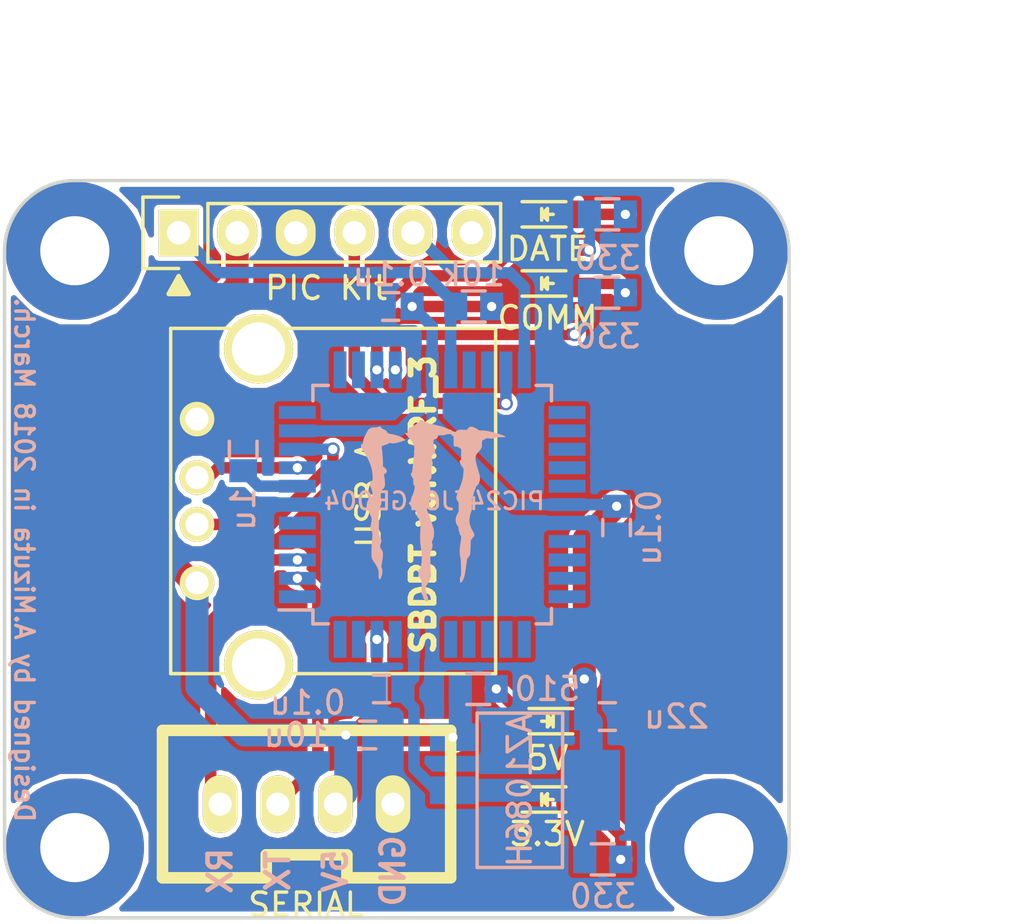
<source format=kicad_pcb>
(kicad_pcb (version 4) (host pcbnew 4.0.1-stable)

  (general
    (links 50)
    (no_connects 1)
    (area 126.895999 83.45 178.246817 126.088002)
    (thickness 1.6)
    (drawings 19)
    (tracks 123)
    (zones 0)
    (modules 21)
    (nets 45)
  )

  (page A4)
  (layers
    (0 F.Cu signal)
    (31 B.Cu signal)
    (32 B.Adhes user)
    (33 F.Adhes user)
    (34 B.Paste user)
    (35 F.Paste user)
    (36 B.SilkS user)
    (37 F.SilkS user)
    (38 B.Mask user)
    (39 F.Mask user)
    (40 Dwgs.User user)
    (41 Cmts.User user)
    (42 Eco1.User user)
    (43 Eco2.User user)
    (44 Edge.Cuts user)
    (45 Margin user)
    (46 B.CrtYd user)
    (47 F.CrtYd user)
    (48 B.Fab user)
    (49 F.Fab user)
  )

  (setup
    (last_trace_width 0.25)
    (user_trace_width 0.5)
    (user_trace_width 1)
    (trace_clearance 0.2)
    (zone_clearance 0.2)
    (zone_45_only no)
    (trace_min 0.2)
    (segment_width 0.2)
    (edge_width 0.15)
    (via_size 0.6)
    (via_drill 0.4)
    (via_min_size 0.4)
    (via_min_drill 0.3)
    (user_via 6 3)
    (uvia_size 0.3)
    (uvia_drill 0.1)
    (uvias_allowed no)
    (uvia_min_size 0.2)
    (uvia_min_drill 0.1)
    (pcb_text_width 0.3)
    (pcb_text_size 1.5 1.5)
    (mod_edge_width 0.15)
    (mod_text_size 1 1)
    (mod_text_width 0.15)
    (pad_size 1.524 1.524)
    (pad_drill 0.762)
    (pad_to_mask_clearance 0.2)
    (aux_axis_origin 0 0)
    (visible_elements 7FFFFFFF)
    (pcbplotparams
      (layerselection 0x010f0_80000001)
      (usegerberextensions false)
      (excludeedgelayer true)
      (linewidth 0.100000)
      (plotframeref false)
      (viasonmask false)
      (mode 1)
      (useauxorigin false)
      (hpglpennumber 1)
      (hpglpenspeed 20)
      (hpglpendiameter 15)
      (hpglpenoverlay 2)
      (psnegative false)
      (psa4output false)
      (plotreference true)
      (plotvalue true)
      (plotinvisibletext false)
      (padsonsilk false)
      (subtractmaskfromsilk false)
      (outputformat 1)
      (mirror false)
      (drillshape 0)
      (scaleselection 1)
      (outputdirectory ""))
  )

  (net 0 "")
  (net 1 GND)
  (net 2 "Net-(C1-Pad2)")
  (net 3 +3.3V)
  (net 4 +5V)
  (net 5 "Net-(D1-Pad1)")
  (net 6 "Net-(D2-Pad1)")
  (net 7 "Net-(IC1-Pad1)")
  (net 8 /TX)
  (net 9 /RX)
  (net 10 "Net-(IC1-Pad4)")
  (net 11 "Net-(IC1-Pad5)")
  (net 12 /D+)
  (net 13 /D-)
  (net 14 "Net-(IC1-Pad11)")
  (net 15 "Net-(IC1-Pad12)")
  (net 16 "Net-(IC1-Pad13)")
  (net 17 /LED0)
  (net 18 /LED1)
  (net 19 /MCLR)
  (net 20 "Net-(IC1-Pad19)")
  (net 21 "Net-(IC1-Pad20)")
  (net 22 /PGED1)
  (net 23 /PGEC1)
  (net 24 "Net-(IC1-Pad23)")
  (net 25 "Net-(IC1-Pad24)")
  (net 26 "Net-(IC1-Pad25)")
  (net 27 "Net-(IC1-Pad26)")
  (net 28 "Net-(IC1-Pad27)")
  (net 29 "Net-(IC1-Pad30)")
  (net 30 "Net-(IC1-Pad31)")
  (net 31 "Net-(IC1-Pad32)")
  (net 32 "Net-(IC1-Pad33)")
  (net 33 "Net-(IC1-Pad34)")
  (net 34 "Net-(IC1-Pad35)")
  (net 35 "Net-(IC1-Pad36)")
  (net 36 "Net-(IC1-Pad37)")
  (net 37 "Net-(IC1-Pad38)")
  (net 38 "Net-(IC1-Pad41)")
  (net 39 "Net-(IC1-Pad43)")
  (net 40 "Net-(IC1-Pad44)")
  (net 41 "Net-(P1-Pad6)")
  (net 42 "Net-(P2-Pad5)")
  (net 43 "Net-(D3-Pad1)")
  (net 44 "Net-(D4-Pad1)")

  (net_class Default "これは標準のネット クラスです。"
    (clearance 0.2)
    (trace_width 0.25)
    (via_dia 0.6)
    (via_drill 0.4)
    (uvia_dia 0.3)
    (uvia_drill 0.1)
    (add_net +3.3V)
    (add_net +5V)
    (add_net /D+)
    (add_net /D-)
    (add_net /LED0)
    (add_net /LED1)
    (add_net /MCLR)
    (add_net /PGEC1)
    (add_net /PGED1)
    (add_net /RX)
    (add_net /TX)
    (add_net GND)
    (add_net "Net-(C1-Pad2)")
    (add_net "Net-(D1-Pad1)")
    (add_net "Net-(D2-Pad1)")
    (add_net "Net-(D3-Pad1)")
    (add_net "Net-(D4-Pad1)")
    (add_net "Net-(IC1-Pad1)")
    (add_net "Net-(IC1-Pad11)")
    (add_net "Net-(IC1-Pad12)")
    (add_net "Net-(IC1-Pad13)")
    (add_net "Net-(IC1-Pad19)")
    (add_net "Net-(IC1-Pad20)")
    (add_net "Net-(IC1-Pad23)")
    (add_net "Net-(IC1-Pad24)")
    (add_net "Net-(IC1-Pad25)")
    (add_net "Net-(IC1-Pad26)")
    (add_net "Net-(IC1-Pad27)")
    (add_net "Net-(IC1-Pad30)")
    (add_net "Net-(IC1-Pad31)")
    (add_net "Net-(IC1-Pad32)")
    (add_net "Net-(IC1-Pad33)")
    (add_net "Net-(IC1-Pad34)")
    (add_net "Net-(IC1-Pad35)")
    (add_net "Net-(IC1-Pad36)")
    (add_net "Net-(IC1-Pad37)")
    (add_net "Net-(IC1-Pad38)")
    (add_net "Net-(IC1-Pad4)")
    (add_net "Net-(IC1-Pad41)")
    (add_net "Net-(IC1-Pad43)")
    (add_net "Net-(IC1-Pad44)")
    (add_net "Net-(IC1-Pad5)")
    (add_net "Net-(P1-Pad6)")
    (add_net "Net-(P2-Pad5)")
  )

  (module Capacitors_SMD:C_0603 (layer B.Cu) (tedit 5B31B676) (tstamp 5B31AF64)
    (at 140.4 102.6 270)
    (descr "Capacitor SMD 0603, reflow soldering, AVX (see smccp.pdf)")
    (tags "capacitor 0603")
    (path /5B30E69E)
    (attr smd)
    (fp_text reference C1 (at 0 1.9 270) (layer B.Fab)
      (effects (font (size 1 1) (thickness 0.15)) (justify mirror))
    )
    (fp_text value 1u (at 2.6 0 270) (layer B.SilkS)
      (effects (font (size 1 1) (thickness 0.15)) (justify mirror))
    )
    (fp_line (start -0.8 -0.4) (end -0.8 0.4) (layer B.Fab) (width 0.15))
    (fp_line (start 0.8 -0.4) (end -0.8 -0.4) (layer B.Fab) (width 0.15))
    (fp_line (start 0.8 0.4) (end 0.8 -0.4) (layer B.Fab) (width 0.15))
    (fp_line (start -0.8 0.4) (end 0.8 0.4) (layer B.Fab) (width 0.15))
    (fp_line (start -1.45 0.75) (end 1.45 0.75) (layer B.CrtYd) (width 0.05))
    (fp_line (start -1.45 -0.75) (end 1.45 -0.75) (layer B.CrtYd) (width 0.05))
    (fp_line (start -1.45 0.75) (end -1.45 -0.75) (layer B.CrtYd) (width 0.05))
    (fp_line (start 1.45 0.75) (end 1.45 -0.75) (layer B.CrtYd) (width 0.05))
    (fp_line (start -0.35 0.6) (end 0.35 0.6) (layer B.SilkS) (width 0.15))
    (fp_line (start 0.35 -0.6) (end -0.35 -0.6) (layer B.SilkS) (width 0.15))
    (pad 1 smd rect (at -0.95 0 270) (size 1 1.2) (layers B.Cu B.Paste B.Mask)
      (net 1 GND))
    (pad 2 smd rect (at 0.93 0 270) (size 1 1.2) (layers B.Cu B.Paste B.Mask)
      (net 2 "Net-(C1-Pad2)"))
    (model Capacitors_SMD.3dshapes/C_0603.wrl
      (at (xyz 0 0 0))
      (scale (xyz 1 1 1))
      (rotate (xyz 0 0 0))
    )
  )

  (module Capacitors_SMD:C_0603 (layer B.Cu) (tedit 5B31B609) (tstamp 5B31AF6A)
    (at 156.6 106 90)
    (descr "Capacitor SMD 0603, reflow soldering, AVX (see smccp.pdf)")
    (tags "capacitor 0603")
    (path /5B30E183)
    (attr smd)
    (fp_text reference C2 (at 0 1.9 90) (layer B.Fab)
      (effects (font (size 1 1) (thickness 0.15)) (justify mirror))
    )
    (fp_text value 0.1u (at 0 1.4 90) (layer B.SilkS)
      (effects (font (size 1 1) (thickness 0.15)) (justify mirror))
    )
    (fp_line (start -0.8 -0.4) (end -0.8 0.4) (layer B.Fab) (width 0.15))
    (fp_line (start 0.8 -0.4) (end -0.8 -0.4) (layer B.Fab) (width 0.15))
    (fp_line (start 0.8 0.4) (end 0.8 -0.4) (layer B.Fab) (width 0.15))
    (fp_line (start -0.8 0.4) (end 0.8 0.4) (layer B.Fab) (width 0.15))
    (fp_line (start -1.45 0.75) (end 1.45 0.75) (layer B.CrtYd) (width 0.05))
    (fp_line (start -1.45 -0.75) (end 1.45 -0.75) (layer B.CrtYd) (width 0.05))
    (fp_line (start -1.45 0.75) (end -1.45 -0.75) (layer B.CrtYd) (width 0.05))
    (fp_line (start 1.45 0.75) (end 1.45 -0.75) (layer B.CrtYd) (width 0.05))
    (fp_line (start -0.35 0.6) (end 0.35 0.6) (layer B.SilkS) (width 0.15))
    (fp_line (start 0.35 -0.6) (end -0.35 -0.6) (layer B.SilkS) (width 0.15))
    (pad 1 smd rect (at -0.95 0 90) (size 1 1.2) (layers B.Cu B.Paste B.Mask)
      (net 1 GND))
    (pad 2 smd rect (at 0.93 0 90) (size 1 1.2) (layers B.Cu B.Paste B.Mask)
      (net 3 +3.3V))
    (model Capacitors_SMD.3dshapes/C_0603.wrl
      (at (xyz 0 0 0))
      (scale (xyz 1 1 1))
      (rotate (xyz 0 0 0))
    )
  )

  (module Capacitors_SMD:C_0603 (layer B.Cu) (tedit 5B31B63E) (tstamp 5B31AF70)
    (at 146.4 113)
    (descr "Capacitor SMD 0603, reflow soldering, AVX (see smccp.pdf)")
    (tags "capacitor 0603")
    (path /5B30E1CB)
    (attr smd)
    (fp_text reference C3 (at 0 1.9) (layer B.Fab)
      (effects (font (size 1 1) (thickness 0.15)) (justify mirror))
    )
    (fp_text value 0.1u (at -3.2 0.6) (layer B.SilkS)
      (effects (font (size 1 1) (thickness 0.15)) (justify mirror))
    )
    (fp_line (start -0.8 -0.4) (end -0.8 0.4) (layer B.Fab) (width 0.15))
    (fp_line (start 0.8 -0.4) (end -0.8 -0.4) (layer B.Fab) (width 0.15))
    (fp_line (start 0.8 0.4) (end 0.8 -0.4) (layer B.Fab) (width 0.15))
    (fp_line (start -0.8 0.4) (end 0.8 0.4) (layer B.Fab) (width 0.15))
    (fp_line (start -1.45 0.75) (end 1.45 0.75) (layer B.CrtYd) (width 0.05))
    (fp_line (start -1.45 -0.75) (end 1.45 -0.75) (layer B.CrtYd) (width 0.05))
    (fp_line (start -1.45 0.75) (end -1.45 -0.75) (layer B.CrtYd) (width 0.05))
    (fp_line (start 1.45 0.75) (end 1.45 -0.75) (layer B.CrtYd) (width 0.05))
    (fp_line (start -0.35 0.6) (end 0.35 0.6) (layer B.SilkS) (width 0.15))
    (fp_line (start 0.35 -0.6) (end -0.35 -0.6) (layer B.SilkS) (width 0.15))
    (pad 1 smd rect (at -0.95 0) (size 1 1.2) (layers B.Cu B.Paste B.Mask)
      (net 1 GND))
    (pad 2 smd rect (at 0.93 0) (size 1 1.2) (layers B.Cu B.Paste B.Mask)
      (net 3 +3.3V))
    (model Capacitors_SMD.3dshapes/C_0603.wrl
      (at (xyz 0 0 0))
      (scale (xyz 1 1 1))
      (rotate (xyz 0 0 0))
    )
  )

  (module Capacitors_SMD:C_0603 (layer B.Cu) (tedit 5B31B695) (tstamp 5B31AF76)
    (at 146.8 96.4)
    (descr "Capacitor SMD 0603, reflow soldering, AVX (see smccp.pdf)")
    (tags "capacitor 0603")
    (path /5B30E1E7)
    (attr smd)
    (fp_text reference C4 (at 0 1.9) (layer B.Fab)
      (effects (font (size 1 1) (thickness 0.15)) (justify mirror))
    )
    (fp_text value 0.1u (at 0 -1.4) (layer B.SilkS)
      (effects (font (size 1 1) (thickness 0.15)) (justify mirror))
    )
    (fp_line (start -0.8 -0.4) (end -0.8 0.4) (layer B.Fab) (width 0.15))
    (fp_line (start 0.8 -0.4) (end -0.8 -0.4) (layer B.Fab) (width 0.15))
    (fp_line (start 0.8 0.4) (end 0.8 -0.4) (layer B.Fab) (width 0.15))
    (fp_line (start -0.8 0.4) (end 0.8 0.4) (layer B.Fab) (width 0.15))
    (fp_line (start -1.45 0.75) (end 1.45 0.75) (layer B.CrtYd) (width 0.05))
    (fp_line (start -1.45 -0.75) (end 1.45 -0.75) (layer B.CrtYd) (width 0.05))
    (fp_line (start -1.45 0.75) (end -1.45 -0.75) (layer B.CrtYd) (width 0.05))
    (fp_line (start 1.45 0.75) (end 1.45 -0.75) (layer B.CrtYd) (width 0.05))
    (fp_line (start -0.35 0.6) (end 0.35 0.6) (layer B.SilkS) (width 0.15))
    (fp_line (start 0.35 -0.6) (end -0.35 -0.6) (layer B.SilkS) (width 0.15))
    (pad 1 smd rect (at -0.95 0) (size 1 1.2) (layers B.Cu B.Paste B.Mask)
      (net 1 GND))
    (pad 2 smd rect (at 0.93 0) (size 1 1.2) (layers B.Cu B.Paste B.Mask)
      (net 3 +3.3V))
    (model Capacitors_SMD.3dshapes/C_0603.wrl
      (at (xyz 0 0 0))
      (scale (xyz 1 1 1))
      (rotate (xyz 0 0 0))
    )
  )

  (module Capacitors_SMD:C_0603 (layer B.Cu) (tedit 5B31F509) (tstamp 5B31AF7C)
    (at 145.8 115)
    (descr "Capacitor SMD 0603, reflow soldering, AVX (see smccp.pdf)")
    (tags "capacitor 0603")
    (path /5B31B094)
    (attr smd)
    (fp_text reference C5 (at 0 1.9) (layer B.Fab)
      (effects (font (size 1 1) (thickness 0.15)) (justify mirror))
    )
    (fp_text value 10u (at -3.1 0) (layer B.SilkS)
      (effects (font (size 1 1) (thickness 0.15)) (justify mirror))
    )
    (fp_line (start -0.8 -0.4) (end -0.8 0.4) (layer B.Fab) (width 0.15))
    (fp_line (start 0.8 -0.4) (end -0.8 -0.4) (layer B.Fab) (width 0.15))
    (fp_line (start 0.8 0.4) (end 0.8 -0.4) (layer B.Fab) (width 0.15))
    (fp_line (start -0.8 0.4) (end 0.8 0.4) (layer B.Fab) (width 0.15))
    (fp_line (start -1.45 0.75) (end 1.45 0.75) (layer B.CrtYd) (width 0.05))
    (fp_line (start -1.45 -0.75) (end 1.45 -0.75) (layer B.CrtYd) (width 0.05))
    (fp_line (start -1.45 0.75) (end -1.45 -0.75) (layer B.CrtYd) (width 0.05))
    (fp_line (start 1.45 0.75) (end 1.45 -0.75) (layer B.CrtYd) (width 0.05))
    (fp_line (start -0.35 0.6) (end 0.35 0.6) (layer B.SilkS) (width 0.15))
    (fp_line (start 0.35 -0.6) (end -0.35 -0.6) (layer B.SilkS) (width 0.15))
    (pad 1 smd rect (at -0.95 0) (size 1 1.2) (layers B.Cu B.Paste B.Mask)
      (net 4 +5V))
    (pad 2 smd rect (at 0.93 0) (size 1 1.2) (layers B.Cu B.Paste B.Mask)
      (net 1 GND))
    (model Capacitors_SMD.3dshapes/C_0603.wrl
      (at (xyz 0 0 0))
      (scale (xyz 1 1 1))
      (rotate (xyz 0 0 0))
    )
  )

  (module Capacitors_SMD:C_0603 (layer B.Cu) (tedit 5B31F4FC) (tstamp 5B31AF82)
    (at 156.2 114.2)
    (descr "Capacitor SMD 0603, reflow soldering, AVX (see smccp.pdf)")
    (tags "capacitor 0603")
    (path /5B31B158)
    (attr smd)
    (fp_text reference C6 (at 0 1.9) (layer B.Fab)
      (effects (font (size 1 1) (thickness 0.15)) (justify mirror))
    )
    (fp_text value 22u (at 3 0) (layer B.SilkS)
      (effects (font (size 1 1) (thickness 0.15)) (justify mirror))
    )
    (fp_line (start -0.8 -0.4) (end -0.8 0.4) (layer B.Fab) (width 0.15))
    (fp_line (start 0.8 -0.4) (end -0.8 -0.4) (layer B.Fab) (width 0.15))
    (fp_line (start 0.8 0.4) (end 0.8 -0.4) (layer B.Fab) (width 0.15))
    (fp_line (start -0.8 0.4) (end 0.8 0.4) (layer B.Fab) (width 0.15))
    (fp_line (start -1.45 0.75) (end 1.45 0.75) (layer B.CrtYd) (width 0.05))
    (fp_line (start -1.45 -0.75) (end 1.45 -0.75) (layer B.CrtYd) (width 0.05))
    (fp_line (start -1.45 0.75) (end -1.45 -0.75) (layer B.CrtYd) (width 0.05))
    (fp_line (start 1.45 0.75) (end 1.45 -0.75) (layer B.CrtYd) (width 0.05))
    (fp_line (start -0.35 0.6) (end 0.35 0.6) (layer B.SilkS) (width 0.15))
    (fp_line (start 0.35 -0.6) (end -0.35 -0.6) (layer B.SilkS) (width 0.15))
    (pad 1 smd rect (at -0.95 0) (size 1 1.2) (layers B.Cu B.Paste B.Mask)
      (net 3 +3.3V))
    (pad 2 smd rect (at 0.93 0) (size 1 1.2) (layers B.Cu B.Paste B.Mask)
      (net 1 GND))
    (model Capacitors_SMD.3dshapes/C_0603.wrl
      (at (xyz 0 0 0))
      (scale (xyz 1 1 1))
      (rotate (xyz 0 0 0))
    )
  )

  (module LEDs:LED_0603 (layer F.Cu) (tedit 5B31B1DA) (tstamp 5B31AF88)
    (at 153.6 92.4)
    (descr "LED 0603 smd package")
    (tags "LED led 0603 SMD smd SMT smt smdled SMDLED smtled SMTLED")
    (path /5B310EE8)
    (attr smd)
    (fp_text reference D1 (at 0 -1.5) (layer F.Fab)
      (effects (font (size 1 1) (thickness 0.15)))
    )
    (fp_text value DATE (at 0 1.5) (layer F.SilkS)
      (effects (font (size 1 1) (thickness 0.15)))
    )
    (fp_line (start -0.3 -0.2) (end -0.3 0.2) (layer F.Fab) (width 0.15))
    (fp_line (start -0.2 0) (end 0.1 -0.2) (layer F.Fab) (width 0.15))
    (fp_line (start 0.1 0.2) (end -0.2 0) (layer F.Fab) (width 0.15))
    (fp_line (start 0.1 -0.2) (end 0.1 0.2) (layer F.Fab) (width 0.15))
    (fp_line (start 0.8 0.4) (end -0.8 0.4) (layer F.Fab) (width 0.15))
    (fp_line (start 0.8 -0.4) (end 0.8 0.4) (layer F.Fab) (width 0.15))
    (fp_line (start -0.8 -0.4) (end 0.8 -0.4) (layer F.Fab) (width 0.15))
    (fp_line (start -0.8 0.4) (end -0.8 -0.4) (layer F.Fab) (width 0.15))
    (fp_line (start -1.1 0.55) (end 0.8 0.55) (layer F.SilkS) (width 0.15))
    (fp_line (start -1.1 -0.55) (end 0.8 -0.55) (layer F.SilkS) (width 0.15))
    (fp_line (start -0.2 0) (end 0.25 0) (layer F.SilkS) (width 0.15))
    (fp_line (start -0.25 -0.25) (end -0.25 0.25) (layer F.SilkS) (width 0.15))
    (fp_line (start -0.25 0) (end 0 -0.25) (layer F.SilkS) (width 0.15))
    (fp_line (start 0 -0.25) (end 0 0.25) (layer F.SilkS) (width 0.15))
    (fp_line (start 0 0.25) (end -0.25 0) (layer F.SilkS) (width 0.15))
    (fp_line (start 1.4 -0.75) (end 1.4 0.75) (layer F.CrtYd) (width 0.05))
    (fp_line (start 1.4 0.75) (end -1.4 0.75) (layer F.CrtYd) (width 0.05))
    (fp_line (start -1.4 0.75) (end -1.4 -0.75) (layer F.CrtYd) (width 0.05))
    (fp_line (start -1.4 -0.75) (end 1.4 -0.75) (layer F.CrtYd) (width 0.05))
    (pad 1 smd rect (at 0.88 0 180) (size 1 1.2) (layers F.Cu F.Paste F.Mask)
      (net 5 "Net-(D1-Pad1)"))
    (pad 2 smd rect (at -0.88 0 180) (size 1 1.2) (layers F.Cu F.Paste F.Mask)
      (net 1 GND))
    (model LEDs.3dshapes/LED_0603.wrl
      (at (xyz 0 0 0))
      (scale (xyz 1 1 1))
      (rotate (xyz 0 0 180))
    )
  )

  (module LEDs:LED_0603 (layer F.Cu) (tedit 5B31B1EA) (tstamp 5B31AF8E)
    (at 153.6 95.4)
    (descr "LED 0603 smd package")
    (tags "LED led 0603 SMD smd SMT smt smdled SMDLED smtled SMTLED")
    (path /5B310F20)
    (attr smd)
    (fp_text reference D2 (at 0 -1.5) (layer F.Fab)
      (effects (font (size 1 1) (thickness 0.15)))
    )
    (fp_text value COMM (at 0 1.5) (layer F.SilkS)
      (effects (font (size 1 1) (thickness 0.15)))
    )
    (fp_line (start -0.3 -0.2) (end -0.3 0.2) (layer F.Fab) (width 0.15))
    (fp_line (start -0.2 0) (end 0.1 -0.2) (layer F.Fab) (width 0.15))
    (fp_line (start 0.1 0.2) (end -0.2 0) (layer F.Fab) (width 0.15))
    (fp_line (start 0.1 -0.2) (end 0.1 0.2) (layer F.Fab) (width 0.15))
    (fp_line (start 0.8 0.4) (end -0.8 0.4) (layer F.Fab) (width 0.15))
    (fp_line (start 0.8 -0.4) (end 0.8 0.4) (layer F.Fab) (width 0.15))
    (fp_line (start -0.8 -0.4) (end 0.8 -0.4) (layer F.Fab) (width 0.15))
    (fp_line (start -0.8 0.4) (end -0.8 -0.4) (layer F.Fab) (width 0.15))
    (fp_line (start -1.1 0.55) (end 0.8 0.55) (layer F.SilkS) (width 0.15))
    (fp_line (start -1.1 -0.55) (end 0.8 -0.55) (layer F.SilkS) (width 0.15))
    (fp_line (start -0.2 0) (end 0.25 0) (layer F.SilkS) (width 0.15))
    (fp_line (start -0.25 -0.25) (end -0.25 0.25) (layer F.SilkS) (width 0.15))
    (fp_line (start -0.25 0) (end 0 -0.25) (layer F.SilkS) (width 0.15))
    (fp_line (start 0 -0.25) (end 0 0.25) (layer F.SilkS) (width 0.15))
    (fp_line (start 0 0.25) (end -0.25 0) (layer F.SilkS) (width 0.15))
    (fp_line (start 1.4 -0.75) (end 1.4 0.75) (layer F.CrtYd) (width 0.05))
    (fp_line (start 1.4 0.75) (end -1.4 0.75) (layer F.CrtYd) (width 0.05))
    (fp_line (start -1.4 0.75) (end -1.4 -0.75) (layer F.CrtYd) (width 0.05))
    (fp_line (start -1.4 -0.75) (end 1.4 -0.75) (layer F.CrtYd) (width 0.05))
    (pad 1 smd rect (at 0.88 0 180) (size 1 1.2) (layers F.Cu F.Paste F.Mask)
      (net 6 "Net-(D2-Pad1)"))
    (pad 2 smd rect (at -0.88 0 180) (size 1 1.2) (layers F.Cu F.Paste F.Mask)
      (net 1 GND))
    (model LEDs.3dshapes/LED_0603.wrl
      (at (xyz 0 0 0))
      (scale (xyz 1 1 1))
      (rotate (xyz 0 0 180))
    )
  )

  (module LEDs:LED_0603 (layer F.Cu) (tedit 5B31B51E) (tstamp 5B31AF94)
    (at 153.6 114.4 180)
    (descr "LED 0603 smd package")
    (tags "LED led 0603 SMD smd SMT smt smdled SMDLED smtled SMTLED")
    (path /5B31EDF7)
    (attr smd)
    (fp_text reference D3 (at 0 -1.5 180) (layer F.Fab)
      (effects (font (size 1 1) (thickness 0.15)))
    )
    (fp_text value 5V (at 0 -1.6 180) (layer F.SilkS)
      (effects (font (size 1 1) (thickness 0.15)))
    )
    (fp_line (start -0.3 -0.2) (end -0.3 0.2) (layer F.Fab) (width 0.15))
    (fp_line (start -0.2 0) (end 0.1 -0.2) (layer F.Fab) (width 0.15))
    (fp_line (start 0.1 0.2) (end -0.2 0) (layer F.Fab) (width 0.15))
    (fp_line (start 0.1 -0.2) (end 0.1 0.2) (layer F.Fab) (width 0.15))
    (fp_line (start 0.8 0.4) (end -0.8 0.4) (layer F.Fab) (width 0.15))
    (fp_line (start 0.8 -0.4) (end 0.8 0.4) (layer F.Fab) (width 0.15))
    (fp_line (start -0.8 -0.4) (end 0.8 -0.4) (layer F.Fab) (width 0.15))
    (fp_line (start -0.8 0.4) (end -0.8 -0.4) (layer F.Fab) (width 0.15))
    (fp_line (start -1.1 0.55) (end 0.8 0.55) (layer F.SilkS) (width 0.15))
    (fp_line (start -1.1 -0.55) (end 0.8 -0.55) (layer F.SilkS) (width 0.15))
    (fp_line (start -0.2 0) (end 0.25 0) (layer F.SilkS) (width 0.15))
    (fp_line (start -0.25 -0.25) (end -0.25 0.25) (layer F.SilkS) (width 0.15))
    (fp_line (start -0.25 0) (end 0 -0.25) (layer F.SilkS) (width 0.15))
    (fp_line (start 0 -0.25) (end 0 0.25) (layer F.SilkS) (width 0.15))
    (fp_line (start 0 0.25) (end -0.25 0) (layer F.SilkS) (width 0.15))
    (fp_line (start 1.4 -0.75) (end 1.4 0.75) (layer F.CrtYd) (width 0.05))
    (fp_line (start 1.4 0.75) (end -1.4 0.75) (layer F.CrtYd) (width 0.05))
    (fp_line (start -1.4 0.75) (end -1.4 -0.75) (layer F.CrtYd) (width 0.05))
    (fp_line (start -1.4 -0.75) (end 1.4 -0.75) (layer F.CrtYd) (width 0.05))
    (pad 1 smd rect (at 0.88 0) (size 1 1.2) (layers F.Cu F.Paste F.Mask)
      (net 43 "Net-(D3-Pad1)"))
    (pad 2 smd rect (at -0.88 0) (size 1 1.2) (layers F.Cu F.Paste F.Mask)
      (net 1 GND))
    (model LEDs.3dshapes/LED_0603.wrl
      (at (xyz 0 0 0))
      (scale (xyz 1 1 1))
      (rotate (xyz 0 0 180))
    )
  )

  (module LEDs:LED_0603 (layer F.Cu) (tedit 5B31B211) (tstamp 5B31AF9A)
    (at 153.6 117.8)
    (descr "LED 0603 smd package")
    (tags "LED led 0603 SMD smd SMT smt smdled SMDLED smtled SMTLED")
    (path /5B31EDA3)
    (attr smd)
    (fp_text reference D4 (at 0 -1.5) (layer F.Fab)
      (effects (font (size 1 1) (thickness 0.15)))
    )
    (fp_text value 3.3V (at 0 1.5) (layer F.SilkS)
      (effects (font (size 1 1) (thickness 0.15)))
    )
    (fp_line (start -0.3 -0.2) (end -0.3 0.2) (layer F.Fab) (width 0.15))
    (fp_line (start -0.2 0) (end 0.1 -0.2) (layer F.Fab) (width 0.15))
    (fp_line (start 0.1 0.2) (end -0.2 0) (layer F.Fab) (width 0.15))
    (fp_line (start 0.1 -0.2) (end 0.1 0.2) (layer F.Fab) (width 0.15))
    (fp_line (start 0.8 0.4) (end -0.8 0.4) (layer F.Fab) (width 0.15))
    (fp_line (start 0.8 -0.4) (end 0.8 0.4) (layer F.Fab) (width 0.15))
    (fp_line (start -0.8 -0.4) (end 0.8 -0.4) (layer F.Fab) (width 0.15))
    (fp_line (start -0.8 0.4) (end -0.8 -0.4) (layer F.Fab) (width 0.15))
    (fp_line (start -1.1 0.55) (end 0.8 0.55) (layer F.SilkS) (width 0.15))
    (fp_line (start -1.1 -0.55) (end 0.8 -0.55) (layer F.SilkS) (width 0.15))
    (fp_line (start -0.2 0) (end 0.25 0) (layer F.SilkS) (width 0.15))
    (fp_line (start -0.25 -0.25) (end -0.25 0.25) (layer F.SilkS) (width 0.15))
    (fp_line (start -0.25 0) (end 0 -0.25) (layer F.SilkS) (width 0.15))
    (fp_line (start 0 -0.25) (end 0 0.25) (layer F.SilkS) (width 0.15))
    (fp_line (start 0 0.25) (end -0.25 0) (layer F.SilkS) (width 0.15))
    (fp_line (start 1.4 -0.75) (end 1.4 0.75) (layer F.CrtYd) (width 0.05))
    (fp_line (start 1.4 0.75) (end -1.4 0.75) (layer F.CrtYd) (width 0.05))
    (fp_line (start -1.4 0.75) (end -1.4 -0.75) (layer F.CrtYd) (width 0.05))
    (fp_line (start -1.4 -0.75) (end 1.4 -0.75) (layer F.CrtYd) (width 0.05))
    (pad 1 smd rect (at 0.88 0 180) (size 1 1.2) (layers F.Cu F.Paste F.Mask)
      (net 44 "Net-(D4-Pad1)"))
    (pad 2 smd rect (at -0.88 0 180) (size 1 1.2) (layers F.Cu F.Paste F.Mask)
      (net 1 GND))
    (model LEDs.3dshapes/LED_0603.wrl
      (at (xyz 0 0 0))
      (scale (xyz 1 1 1))
      (rotate (xyz 0 0 180))
    )
  )

  (module Housings_QFP:LQFP-44_10x10mm_Pitch0.8mm (layer B.Cu) (tedit 5B31B624) (tstamp 5B31AFCA)
    (at 148.6 105)
    (descr "LQFP44 (see Appnote_PCB_Guidelines_TRINAMIC_packages.pdf)")
    (tags "QFP 0.8")
    (path /5B309F4C)
    (attr smd)
    (fp_text reference IC1 (at 0 7.65) (layer B.Fab)
      (effects (font (size 1 1) (thickness 0.15)) (justify mirror))
    )
    (fp_text value PIC24FJ64GB004 (at 0.0889 -0.1524) (layer B.SilkS)
      (effects (font (size 0.75 0.75) (thickness 0.125)) (justify mirror))
    )
    (fp_text user %R (at 0 0) (layer B.Fab)
      (effects (font (size 1 1) (thickness 0.15)) (justify mirror))
    )
    (fp_line (start -4 5) (end 5 5) (layer B.Fab) (width 0.15))
    (fp_line (start 5 5) (end 5 -5) (layer B.Fab) (width 0.15))
    (fp_line (start 5 -5) (end -5 -5) (layer B.Fab) (width 0.15))
    (fp_line (start -5 -5) (end -5 4) (layer B.Fab) (width 0.15))
    (fp_line (start -5 4) (end -4 5) (layer B.Fab) (width 0.15))
    (fp_line (start -6.9 6.9) (end -6.9 -6.9) (layer B.CrtYd) (width 0.05))
    (fp_line (start 6.9 6.9) (end 6.9 -6.9) (layer B.CrtYd) (width 0.05))
    (fp_line (start -6.9 6.9) (end 6.9 6.9) (layer B.CrtYd) (width 0.05))
    (fp_line (start -6.9 -6.9) (end 6.9 -6.9) (layer B.CrtYd) (width 0.05))
    (fp_line (start -5.175 5.175) (end -5.175 4.575) (layer B.SilkS) (width 0.15))
    (fp_line (start 5.175 5.175) (end 5.175 4.505) (layer B.SilkS) (width 0.15))
    (fp_line (start 5.175 -5.175) (end 5.175 -4.505) (layer B.SilkS) (width 0.15))
    (fp_line (start -5.175 -5.175) (end -5.175 -4.505) (layer B.SilkS) (width 0.15))
    (fp_line (start -5.175 5.175) (end -4.505 5.175) (layer B.SilkS) (width 0.15))
    (fp_line (start -5.175 -5.175) (end -4.505 -5.175) (layer B.SilkS) (width 0.15))
    (fp_line (start 5.175 -5.175) (end 4.505 -5.175) (layer B.SilkS) (width 0.15))
    (fp_line (start 5.175 5.175) (end 4.505 5.175) (layer B.SilkS) (width 0.15))
    (fp_line (start -5.175 4.575) (end -6.65 4.575) (layer B.SilkS) (width 0.15))
    (pad 1 smd rect (at -5.85 4) (size 1.6 0.56) (layers B.Cu B.Paste B.Mask)
      (net 7 "Net-(IC1-Pad1)"))
    (pad 2 smd rect (at -5.85 3.2) (size 1.6 0.56) (layers B.Cu B.Paste B.Mask)
      (net 8 /TX))
    (pad 3 smd rect (at -5.85 2.4) (size 1.6 0.56) (layers B.Cu B.Paste B.Mask)
      (net 9 /RX))
    (pad 4 smd rect (at -5.85 1.6) (size 1.6 0.56) (layers B.Cu B.Paste B.Mask)
      (net 10 "Net-(IC1-Pad4)"))
    (pad 5 smd rect (at -5.85 0.8) (size 1.6 0.56) (layers B.Cu B.Paste B.Mask)
      (net 11 "Net-(IC1-Pad5)"))
    (pad 6 smd rect (at -5.85 0) (size 1.6 0.56) (layers B.Cu B.Paste B.Mask)
      (net 1 GND))
    (pad 7 smd rect (at -5.85 -0.8) (size 1.6 0.56) (layers B.Cu B.Paste B.Mask)
      (net 2 "Net-(C1-Pad2)"))
    (pad 8 smd rect (at -5.85 -1.6) (size 1.6 0.56) (layers B.Cu B.Paste B.Mask)
      (net 12 /D+))
    (pad 9 smd rect (at -5.85 -2.4) (size 1.6 0.56) (layers B.Cu B.Paste B.Mask)
      (net 13 /D-))
    (pad 10 smd rect (at -5.85 -3.2) (size 1.6 0.56) (layers B.Cu B.Paste B.Mask)
      (net 3 +3.3V))
    (pad 11 smd rect (at -5.85 -4) (size 1.6 0.56) (layers B.Cu B.Paste B.Mask)
      (net 14 "Net-(IC1-Pad11)"))
    (pad 12 smd rect (at -4 -5.85 270) (size 1.6 0.56) (layers B.Cu B.Paste B.Mask)
      (net 15 "Net-(IC1-Pad12)"))
    (pad 13 smd rect (at -3.2 -5.85 270) (size 1.6 0.56) (layers B.Cu B.Paste B.Mask)
      (net 16 "Net-(IC1-Pad13)"))
    (pad 14 smd rect (at -2.4 -5.85 270) (size 1.6 0.56) (layers B.Cu B.Paste B.Mask)
      (net 17 /LED0))
    (pad 15 smd rect (at -1.6 -5.85 270) (size 1.6 0.56) (layers B.Cu B.Paste B.Mask)
      (net 18 /LED1))
    (pad 16 smd rect (at -0.8 -5.85 270) (size 1.6 0.56) (layers B.Cu B.Paste B.Mask)
      (net 1 GND))
    (pad 17 smd rect (at 0 -5.85 270) (size 1.6 0.56) (layers B.Cu B.Paste B.Mask)
      (net 3 +3.3V))
    (pad 18 smd rect (at 0.8 -5.85 270) (size 1.6 0.56) (layers B.Cu B.Paste B.Mask)
      (net 19 /MCLR))
    (pad 19 smd rect (at 1.6 -5.85 270) (size 1.6 0.56) (layers B.Cu B.Paste B.Mask)
      (net 20 "Net-(IC1-Pad19)"))
    (pad 20 smd rect (at 2.4 -5.85 270) (size 1.6 0.56) (layers B.Cu B.Paste B.Mask)
      (net 21 "Net-(IC1-Pad20)"))
    (pad 21 smd rect (at 3.2 -5.85 270) (size 1.6 0.56) (layers B.Cu B.Paste B.Mask)
      (net 22 /PGED1))
    (pad 22 smd rect (at 4 -5.85 270) (size 1.6 0.56) (layers B.Cu B.Paste B.Mask)
      (net 23 /PGEC1))
    (pad 23 smd rect (at 5.85 -4) (size 1.6 0.56) (layers B.Cu B.Paste B.Mask)
      (net 24 "Net-(IC1-Pad23)"))
    (pad 24 smd rect (at 5.85 -3.2) (size 1.6 0.56) (layers B.Cu B.Paste B.Mask)
      (net 25 "Net-(IC1-Pad24)"))
    (pad 25 smd rect (at 5.85 -2.4) (size 1.6 0.56) (layers B.Cu B.Paste B.Mask)
      (net 26 "Net-(IC1-Pad25)"))
    (pad 26 smd rect (at 5.85 -1.6) (size 1.6 0.56) (layers B.Cu B.Paste B.Mask)
      (net 27 "Net-(IC1-Pad26)"))
    (pad 27 smd rect (at 5.85 -0.8) (size 1.6 0.56) (layers B.Cu B.Paste B.Mask)
      (net 28 "Net-(IC1-Pad27)"))
    (pad 28 smd rect (at 5.85 0) (size 1.6 0.56) (layers B.Cu B.Paste B.Mask)
      (net 3 +3.3V))
    (pad 29 smd rect (at 5.85 0.8) (size 1.6 0.56) (layers B.Cu B.Paste B.Mask)
      (net 1 GND))
    (pad 30 smd rect (at 5.85 1.6) (size 1.6 0.56) (layers B.Cu B.Paste B.Mask)
      (net 29 "Net-(IC1-Pad30)"))
    (pad 31 smd rect (at 5.85 2.4) (size 1.6 0.56) (layers B.Cu B.Paste B.Mask)
      (net 30 "Net-(IC1-Pad31)"))
    (pad 32 smd rect (at 5.85 3.2) (size 1.6 0.56) (layers B.Cu B.Paste B.Mask)
      (net 31 "Net-(IC1-Pad32)"))
    (pad 33 smd rect (at 5.85 4) (size 1.6 0.56) (layers B.Cu B.Paste B.Mask)
      (net 32 "Net-(IC1-Pad33)"))
    (pad 34 smd rect (at 4 5.85 270) (size 1.6 0.56) (layers B.Cu B.Paste B.Mask)
      (net 33 "Net-(IC1-Pad34)"))
    (pad 35 smd rect (at 3.2 5.85 270) (size 1.6 0.56) (layers B.Cu B.Paste B.Mask)
      (net 34 "Net-(IC1-Pad35)"))
    (pad 36 smd rect (at 2.4 5.85 270) (size 1.6 0.56) (layers B.Cu B.Paste B.Mask)
      (net 35 "Net-(IC1-Pad36)"))
    (pad 37 smd rect (at 1.6 5.85 270) (size 1.6 0.56) (layers B.Cu B.Paste B.Mask)
      (net 36 "Net-(IC1-Pad37)"))
    (pad 38 smd rect (at 0.8 5.85 270) (size 1.6 0.56) (layers B.Cu B.Paste B.Mask)
      (net 37 "Net-(IC1-Pad38)"))
    (pad 39 smd rect (at 0 5.85 270) (size 1.6 0.56) (layers B.Cu B.Paste B.Mask)
      (net 1 GND))
    (pad 40 smd rect (at -0.8 5.85 270) (size 1.6 0.56) (layers B.Cu B.Paste B.Mask)
      (net 3 +3.3V))
    (pad 41 smd rect (at -1.6 5.85 270) (size 1.6 0.56) (layers B.Cu B.Paste B.Mask)
      (net 38 "Net-(IC1-Pad41)"))
    (pad 42 smd rect (at -2.4 5.85 270) (size 1.6 0.56) (layers B.Cu B.Paste B.Mask)
      (net 4 +5V))
    (pad 43 smd rect (at -3.2 5.85 270) (size 1.6 0.56) (layers B.Cu B.Paste B.Mask)
      (net 39 "Net-(IC1-Pad43)"))
    (pad 44 smd rect (at -4 5.85 270) (size 1.6 0.56) (layers B.Cu B.Paste B.Mask)
      (net 40 "Net-(IC1-Pad44)"))
    (model Housings_QFP.3dshapes/LQFP-44_10x10mm_Pitch0.8mm.wrl
      (at (xyz 0 0 0))
      (scale (xyz 1 1 1))
      (rotate (xyz 0 0 0))
    )
  )

  (module Pin_Headers:Pin_Header_Straight_1x06 (layer F.Cu) (tedit 5B31B2E5) (tstamp 5B31AFD4)
    (at 137.6 93.2 90)
    (descr "Through hole pin header")
    (tags "pin header")
    (path /5B318173)
    (fp_text reference P1 (at 0 -5.1 90) (layer F.Fab)
      (effects (font (size 1 1) (thickness 0.15)))
    )
    (fp_text value "PIC Kit" (at -2.4 6.4 180) (layer F.SilkS)
      (effects (font (size 1 1) (thickness 0.15)))
    )
    (fp_line (start -1.75 -1.75) (end -1.75 14.45) (layer F.CrtYd) (width 0.05))
    (fp_line (start 1.75 -1.75) (end 1.75 14.45) (layer F.CrtYd) (width 0.05))
    (fp_line (start -1.75 -1.75) (end 1.75 -1.75) (layer F.CrtYd) (width 0.05))
    (fp_line (start -1.75 14.45) (end 1.75 14.45) (layer F.CrtYd) (width 0.05))
    (fp_line (start 1.27 1.27) (end 1.27 13.97) (layer F.SilkS) (width 0.15))
    (fp_line (start 1.27 13.97) (end -1.27 13.97) (layer F.SilkS) (width 0.15))
    (fp_line (start -1.27 13.97) (end -1.27 1.27) (layer F.SilkS) (width 0.15))
    (fp_line (start 1.55 -1.55) (end 1.55 0) (layer F.SilkS) (width 0.15))
    (fp_line (start 1.27 1.27) (end -1.27 1.27) (layer F.SilkS) (width 0.15))
    (fp_line (start -1.55 0) (end -1.55 -1.55) (layer F.SilkS) (width 0.15))
    (fp_line (start -1.55 -1.55) (end 1.55 -1.55) (layer F.SilkS) (width 0.15))
    (pad 1 thru_hole rect (at 0 0 90) (size 2.032 1.7272) (drill 1.016) (layers *.Cu *.Mask F.SilkS)
      (net 19 /MCLR))
    (pad 2 thru_hole oval (at 0 2.54 90) (size 2.032 1.7272) (drill 1.016) (layers *.Cu *.Mask F.SilkS)
      (net 4 +5V))
    (pad 3 thru_hole oval (at 0 5.08 90) (size 2.032 1.7272) (drill 1.016) (layers *.Cu *.Mask F.SilkS)
      (net 1 GND))
    (pad 4 thru_hole oval (at 0 7.62 90) (size 2.032 1.7272) (drill 1.016) (layers *.Cu *.Mask F.SilkS)
      (net 22 /PGED1))
    (pad 5 thru_hole oval (at 0 10.16 90) (size 2.032 1.7272) (drill 1.016) (layers *.Cu *.Mask F.SilkS)
      (net 23 /PGEC1))
    (pad 6 thru_hole oval (at 0 12.7 90) (size 2.032 1.7272) (drill 1.016) (layers *.Cu *.Mask F.SilkS)
      (net 41 "Net-(P1-Pad6)"))
    (model Pin_Headers.3dshapes/Pin_Header_Straight_1x06.wrl
      (at (xyz 0 -0.25 0))
      (scale (xyz 1 1 1))
      (rotate (xyz 0 0 90))
    )
  )

  (module Connect:USB_A (layer F.Cu) (tedit 5B31B323) (tstamp 5B31AFDE)
    (at 138.4 108.4 90)
    (descr "USB A connector")
    (tags "USB USB_A")
    (path /5B30F49F)
    (fp_text reference P2 (at 0 -2.35 90) (layer F.Fab)
      (effects (font (size 1 1) (thickness 0.15)))
    )
    (fp_text value USB_A (at 3.83794 7.43458 90) (layer F.SilkS)
      (effects (font (size 1 1) (thickness 0.15)))
    )
    (fp_line (start -5.3 13.2) (end -5.3 -1.4) (layer F.CrtYd) (width 0.05))
    (fp_line (start 11.95 -1.4) (end 11.95 13.2) (layer F.CrtYd) (width 0.05))
    (fp_line (start -5.3 13.2) (end 11.95 13.2) (layer F.CrtYd) (width 0.05))
    (fp_line (start -5.3 -1.4) (end 11.95 -1.4) (layer F.CrtYd) (width 0.05))
    (fp_line (start 11.04986 -1.14512) (end 11.04986 12.95188) (layer F.SilkS) (width 0.15))
    (fp_line (start -3.93614 12.95188) (end -3.93614 -1.14512) (layer F.SilkS) (width 0.15))
    (fp_line (start 11.04986 -1.14512) (end -3.93614 -1.14512) (layer F.SilkS) (width 0.15))
    (fp_line (start 11.04986 12.95188) (end -3.93614 12.95188) (layer F.SilkS) (width 0.15))
    (pad 4 thru_hole circle (at 7.11286 -0.00212) (size 1.50114 1.50114) (drill 1.00076) (layers *.Cu *.Mask F.SilkS)
      (net 1 GND))
    (pad 3 thru_hole circle (at 4.57286 -0.00212) (size 1.50114 1.50114) (drill 1.00076) (layers *.Cu *.Mask F.SilkS)
      (net 12 /D+))
    (pad 2 thru_hole circle (at 2.54086 -0.00212) (size 1.50114 1.50114) (drill 1.00076) (layers *.Cu *.Mask F.SilkS)
      (net 13 /D-))
    (pad 1 thru_hole circle (at 0.00086 -0.00212) (size 1.50114 1.50114) (drill 1.00076) (layers *.Cu *.Mask F.SilkS)
      (net 4 +5V))
    (pad 5 thru_hole circle (at 10.16086 2.66488) (size 2.99974 2.99974) (drill 2.30124) (layers *.Cu *.Mask F.SilkS)
      (net 42 "Net-(P2-Pad5)"))
    (pad 5 thru_hole circle (at -3.55514 2.66488) (size 2.99974 2.99974) (drill 2.30124) (layers *.Cu *.Mask F.SilkS)
      (net 42 "Net-(P2-Pad5)"))
    (model Connect.3dshapes/USB_A.wrl
      (at (xyz 0.14 0 0))
      (scale (xyz 1 1 1))
      (rotate (xyz 0 0 90))
    )
  )

  (module Resistors_SMD:R_0603 (layer B.Cu) (tedit 5B31B699) (tstamp 5B31AFEC)
    (at 150.4 96.4)
    (descr "Resistor SMD 0603, reflow soldering, Vishay (see dcrcw.pdf)")
    (tags "resistor 0603")
    (path /5B30EF84)
    (attr smd)
    (fp_text reference R1 (at 0 1.9) (layer B.Fab)
      (effects (font (size 1 1) (thickness 0.15)) (justify mirror))
    )
    (fp_text value 10k (at 0 -1.4) (layer B.SilkS)
      (effects (font (size 1 1) (thickness 0.15)) (justify mirror))
    )
    (fp_line (start -1.3 0.8) (end 1.3 0.8) (layer B.CrtYd) (width 0.05))
    (fp_line (start -1.3 -0.8) (end 1.3 -0.8) (layer B.CrtYd) (width 0.05))
    (fp_line (start -1.3 0.8) (end -1.3 -0.8) (layer B.CrtYd) (width 0.05))
    (fp_line (start 1.3 0.8) (end 1.3 -0.8) (layer B.CrtYd) (width 0.05))
    (fp_line (start 0.5 -0.675) (end -0.5 -0.675) (layer B.SilkS) (width 0.15))
    (fp_line (start -0.5 0.675) (end 0.5 0.675) (layer B.SilkS) (width 0.15))
    (pad 1 smd rect (at -0.78 0) (size 1 1.2) (layers B.Cu B.Paste B.Mask)
      (net 19 /MCLR))
    (pad 2 smd rect (at 0.78 0) (size 1 1.2) (layers B.Cu B.Paste B.Mask)
      (net 3 +3.3V))
    (model Resistors_SMD.3dshapes/R_0603.wrl
      (at (xyz 0 0 0))
      (scale (xyz 1 1 1))
      (rotate (xyz 0 0 0))
    )
  )

  (module Resistors_SMD:R_0603 (layer B.Cu) (tedit 5B31B237) (tstamp 5B31AFF2)
    (at 156.2 92.4 180)
    (descr "Resistor SMD 0603, reflow soldering, Vishay (see dcrcw.pdf)")
    (tags "resistor 0603")
    (path /5B310E17)
    (attr smd)
    (fp_text reference R2 (at 0 1.9 180) (layer B.Fab)
      (effects (font (size 1 1) (thickness 0.15)) (justify mirror))
    )
    (fp_text value 330 (at 0 -1.9 180) (layer B.SilkS)
      (effects (font (size 1 1) (thickness 0.15)) (justify mirror))
    )
    (fp_line (start -1.3 0.8) (end 1.3 0.8) (layer B.CrtYd) (width 0.05))
    (fp_line (start -1.3 -0.8) (end 1.3 -0.8) (layer B.CrtYd) (width 0.05))
    (fp_line (start -1.3 0.8) (end -1.3 -0.8) (layer B.CrtYd) (width 0.05))
    (fp_line (start 1.3 0.8) (end 1.3 -0.8) (layer B.CrtYd) (width 0.05))
    (fp_line (start 0.5 -0.675) (end -0.5 -0.675) (layer B.SilkS) (width 0.15))
    (fp_line (start -0.5 0.675) (end 0.5 0.675) (layer B.SilkS) (width 0.15))
    (pad 1 smd rect (at -0.78 0 180) (size 1 1.2) (layers B.Cu B.Paste B.Mask)
      (net 5 "Net-(D1-Pad1)"))
    (pad 2 smd rect (at 0.78 0 180) (size 1 1.2) (layers B.Cu B.Paste B.Mask)
      (net 17 /LED0))
    (model Resistors_SMD.3dshapes/R_0603.wrl
      (at (xyz 0 0 0))
      (scale (xyz 1 1 1))
      (rotate (xyz 0 0 0))
    )
  )

  (module Resistors_SMD:R_0603 (layer B.Cu) (tedit 5B31B249) (tstamp 5B31AFF8)
    (at 156.2 95.8 180)
    (descr "Resistor SMD 0603, reflow soldering, Vishay (see dcrcw.pdf)")
    (tags "resistor 0603")
    (path /5B310EC2)
    (attr smd)
    (fp_text reference R3 (at 0 1.9 180) (layer B.Fab)
      (effects (font (size 1 1) (thickness 0.15)) (justify mirror))
    )
    (fp_text value 330 (at 0 -1.9 180) (layer B.SilkS)
      (effects (font (size 1 1) (thickness 0.15)) (justify mirror))
    )
    (fp_line (start -1.3 0.8) (end 1.3 0.8) (layer B.CrtYd) (width 0.05))
    (fp_line (start -1.3 -0.8) (end 1.3 -0.8) (layer B.CrtYd) (width 0.05))
    (fp_line (start -1.3 0.8) (end -1.3 -0.8) (layer B.CrtYd) (width 0.05))
    (fp_line (start 1.3 0.8) (end 1.3 -0.8) (layer B.CrtYd) (width 0.05))
    (fp_line (start 0.5 -0.675) (end -0.5 -0.675) (layer B.SilkS) (width 0.15))
    (fp_line (start -0.5 0.675) (end 0.5 0.675) (layer B.SilkS) (width 0.15))
    (pad 1 smd rect (at -0.78 0 180) (size 1 1.2) (layers B.Cu B.Paste B.Mask)
      (net 6 "Net-(D2-Pad1)"))
    (pad 2 smd rect (at 0.78 0 180) (size 1 1.2) (layers B.Cu B.Paste B.Mask)
      (net 18 /LED1))
    (model Resistors_SMD.3dshapes/R_0603.wrl
      (at (xyz 0 0 0))
      (scale (xyz 1 1 1))
      (rotate (xyz 0 0 0))
    )
  )

  (module Resistors_SMD:R_0603 (layer B.Cu) (tedit 5B31B64D) (tstamp 5B31AFFE)
    (at 150.6 113)
    (descr "Resistor SMD 0603, reflow soldering, Vishay (see dcrcw.pdf)")
    (tags "resistor 0603")
    (path /5B31ED21)
    (attr smd)
    (fp_text reference R4 (at 0 1.9) (layer B.Fab)
      (effects (font (size 1 1) (thickness 0.15)) (justify mirror))
    )
    (fp_text value 510 (at 3 0) (layer B.SilkS)
      (effects (font (size 1 1) (thickness 0.15)) (justify mirror))
    )
    (fp_line (start -1.3 0.8) (end 1.3 0.8) (layer B.CrtYd) (width 0.05))
    (fp_line (start -1.3 -0.8) (end 1.3 -0.8) (layer B.CrtYd) (width 0.05))
    (fp_line (start -1.3 0.8) (end -1.3 -0.8) (layer B.CrtYd) (width 0.05))
    (fp_line (start 1.3 0.8) (end 1.3 -0.8) (layer B.CrtYd) (width 0.05))
    (fp_line (start 0.5 -0.675) (end -0.5 -0.675) (layer B.SilkS) (width 0.15))
    (fp_line (start -0.5 0.675) (end 0.5 0.675) (layer B.SilkS) (width 0.15))
    (pad 1 smd rect (at -0.78 0) (size 1 1.2) (layers B.Cu B.Paste B.Mask)
      (net 4 +5V))
    (pad 2 smd rect (at 0.78 0) (size 1 1.2) (layers B.Cu B.Paste B.Mask)
      (net 43 "Net-(D3-Pad1)"))
    (model Resistors_SMD.3dshapes/R_0603.wrl
      (at (xyz 0 0 0))
      (scale (xyz 1 1 1))
      (rotate (xyz 0 0 0))
    )
  )

  (module Resistors_SMD:R_0603 (layer B.Cu) (tedit 5B31B533) (tstamp 5B31B004)
    (at 156 120.4)
    (descr "Resistor SMD 0603, reflow soldering, Vishay (see dcrcw.pdf)")
    (tags "resistor 0603")
    (path /5B31ED68)
    (attr smd)
    (fp_text reference R5 (at 0 1.9) (layer B.Fab)
      (effects (font (size 1 1) (thickness 0.15)) (justify mirror))
    )
    (fp_text value 330 (at 0 1.6) (layer B.SilkS)
      (effects (font (size 1 1) (thickness 0.15)) (justify mirror))
    )
    (fp_line (start -1.3 0.8) (end 1.3 0.8) (layer B.CrtYd) (width 0.05))
    (fp_line (start -1.3 -0.8) (end 1.3 -0.8) (layer B.CrtYd) (width 0.05))
    (fp_line (start -1.3 0.8) (end -1.3 -0.8) (layer B.CrtYd) (width 0.05))
    (fp_line (start 1.3 0.8) (end 1.3 -0.8) (layer B.CrtYd) (width 0.05))
    (fp_line (start 0.5 -0.675) (end -0.5 -0.675) (layer B.SilkS) (width 0.15))
    (fp_line (start -0.5 0.675) (end 0.5 0.675) (layer B.SilkS) (width 0.15))
    (pad 1 smd rect (at -0.78 0) (size 1 1.2) (layers B.Cu B.Paste B.Mask)
      (net 3 +3.3V))
    (pad 2 smd rect (at 0.78 0) (size 1 1.2) (layers B.Cu B.Paste B.Mask)
      (net 44 "Net-(D4-Pad1)"))
    (model Resistors_SMD.3dshapes/R_0603.wrl
      (at (xyz 0 0 0))
      (scale (xyz 1 1 1))
      (rotate (xyz 0 0 0))
    )
  )

  (module Mylib_Device:AZ1086H (layer B.Cu) (tedit 5B31B001) (tstamp 5B31B00C)
    (at 152.4 117.4 90)
    (path /5B315914)
    (fp_text reference U1 (at 0.3 -0.05 90) (layer B.Fab)
      (effects (font (size 1 1) (thickness 0.15)) (justify mirror))
    )
    (fp_text value AZ1086H (at 0 0 90) (layer B.SilkS)
      (effects (font (size 1 1) (thickness 0.15)) (justify mirror))
    )
    (fp_line (start 3.35 -1.85) (end -3.35 -1.85) (layer B.SilkS) (width 0.15))
    (fp_line (start 3.35 1.85) (end 3.35 -1.85) (layer B.SilkS) (width 0.15))
    (fp_line (start -3.35 1.85) (end 3.35 1.86) (layer B.SilkS) (width 0.15))
    (fp_line (start -3.35 1.85) (end -3.35 -1.85) (layer B.SilkS) (width 0.15))
    (pad 2 smd rect (at 0 -2.9 90) (size 1.2 2) (layers B.Cu B.Paste B.Mask)
      (net 3 +3.3V))
    (pad 1 smd rect (at -2.3 -2.9 90) (size 1.2 2) (layers B.Cu B.Paste B.Mask)
      (net 1 GND))
    (pad 3 smd rect (at 2.3 -2.9 90) (size 1.2 2) (layers B.Cu B.Paste B.Mask)
      (net 4 +5V))
    (pad 2 smd rect (at 0 3.1 90) (size 3.5 2.5) (layers B.Cu B.Paste B.Mask)
      (net 3 +3.3V))
  )

  (module RP_KiCAD_Connector:XA_4T (layer F.Cu) (tedit 5B31B2C6) (tstamp 5B31B09F)
    (at 139.4 118)
    (path /5B319AA1)
    (fp_text reference P3 (at 3.75 -4.25) (layer F.Fab)
      (effects (font (size 1 1) (thickness 0.15)))
    )
    (fp_text value SERIAL (at 3.72 4.364) (layer F.SilkS)
      (effects (font (size 1 1) (thickness 0.15)))
    )
    (fp_line (start -2.5 3.2) (end 2 3.2) (layer F.SilkS) (width 0.5))
    (fp_line (start 2 3.2) (end 2 2.2) (layer F.SilkS) (width 0.5))
    (fp_line (start 2 2.2) (end 5.5 2.2) (layer F.SilkS) (width 0.5))
    (fp_line (start 5.5 2.2) (end 5.5 3.2) (layer F.SilkS) (width 0.5))
    (fp_line (start 5.5 3.2) (end 10 3.2) (layer F.SilkS) (width 0.5))
    (fp_line (start 10 -3.2) (end -2.5 -3.2) (layer F.SilkS) (width 0.5))
    (fp_line (start 10 3.2) (end 10 -3.2) (layer F.SilkS) (width 0.5))
    (fp_line (start -2.5 -3.2) (end -2.5 3.2) (layer F.SilkS) (width 0.5))
    (pad 4 thru_hole oval (at 0 0) (size 1.5 2.5) (drill 1) (layers *.Cu *.Mask F.SilkS)
      (net 9 /RX))
    (pad 3 thru_hole oval (at 2.5 0) (size 1.5 2.5) (drill 1) (layers *.Cu *.Mask F.SilkS)
      (net 8 /TX))
    (pad 2 thru_hole oval (at 5 0) (size 1.5 2.5) (drill 1) (layers *.Cu *.Mask F.SilkS)
      (net 4 +5V))
    (pad 1 thru_hole oval (at 7.5 0) (size 1.5 2.5) (drill 1) (layers *.Cu *.Mask F.SilkS)
      (net 1 GND))
    (model conn_XA/XA_4T.wrl
      (at (xyz 0.15 0 0))
      (scale (xyz 3.95 3.95 3.95))
      (rotate (xyz -90 0 0))
    )
  )

  (module SBDBT_Mizz:monster (layer B.Cu) (tedit 0) (tstamp 5B31F35E)
    (at 148.5 105.3 180)
    (fp_text reference G*** (at 0 0 180) (layer B.SilkS) hide
      (effects (font (thickness 0.3)) (justify mirror))
    )
    (fp_text value LOGO (at 0.75 0 180) (layer B.SilkS) hide
      (effects (font (thickness 0.3)) (justify mirror))
    )
    (fp_poly (pts (xy 0.419003 3.957878) (xy 0.440539 3.950328) (xy 0.44914 3.932333) (xy 0.450978 3.920184)
      (xy 0.46268 3.889249) (xy 0.493765 3.869206) (xy 0.508 3.864155) (xy 0.550526 3.841772)
      (xy 0.564845 3.815439) (xy 0.581737 3.787091) (xy 0.613685 3.774669) (xy 0.649194 3.759015)
      (xy 0.691948 3.728564) (xy 0.716865 3.705729) (xy 0.765367 3.66396) (xy 0.806461 3.646552)
      (xy 0.817849 3.645647) (xy 0.870644 3.636399) (xy 0.906214 3.60662) (xy 0.92736 3.553258)
      (xy 0.932997 3.520085) (xy 0.943225 3.462836) (xy 0.959783 3.428775) (xy 0.98812 3.411222)
      (xy 1.02763 3.404073) (xy 1.076494 3.399117) (xy 0.925118 3.227294) (xy 0.842308 3.130594)
      (xy 0.777628 3.0466) (xy 0.729433 2.969741) (xy 0.69608 2.894446) (xy 0.675921 2.815147)
      (xy 0.667313 2.726271) (xy 0.66861 2.622249) (xy 0.678167 2.49751) (xy 0.686288 2.41861)
      (xy 0.704534 2.250759) (xy 0.719959 2.1102) (xy 0.732932 1.994515) (xy 0.74382 1.901282)
      (xy 0.752991 1.828084) (xy 0.760814 1.7725) (xy 0.767656 1.732111) (xy 0.773886 1.704498)
      (xy 0.779871 1.687241) (xy 0.78598 1.677921) (xy 0.792581 1.674118) (xy 0.799638 1.673411)
      (xy 0.816823 1.661611) (xy 0.820654 1.630806) (xy 0.812686 1.587887) (xy 0.794476 1.539747)
      (xy 0.767578 1.493276) (xy 0.755425 1.477516) (xy 0.736722 1.452488) (xy 0.725327 1.426496)
      (xy 0.719467 1.391359) (xy 0.717369 1.338898) (xy 0.717177 1.301051) (xy 0.716309 1.235923)
      (xy 0.712754 1.193448) (xy 0.705081 1.166425) (xy 0.691863 1.147653) (xy 0.685529 1.14158)
      (xy 0.668471 1.122521) (xy 0.660143 1.098947) (xy 0.658891 1.061972) (xy 0.662005 1.015169)
      (xy 0.667126 0.970815) (xy 0.676005 0.924552) (xy 0.690099 0.871666) (xy 0.710866 0.80744)
      (xy 0.739765 0.727161) (xy 0.778254 0.626111) (xy 0.798063 0.575235) (xy 0.831721 0.472732)
      (xy 0.849173 0.380931) (xy 0.849961 0.304246) (xy 0.833624 0.247088) (xy 0.832441 0.24498)
      (xy 0.799442 0.198155) (xy 0.754916 0.148012) (xy 0.706995 0.102613) (xy 0.663812 0.07002)
      (xy 0.647176 0.0613) (xy 0.602943 0.028583) (xy 0.57661 -0.026905) (xy 0.567766 -0.106034)
      (xy 0.567765 -0.107298) (xy 0.559978 -0.171777) (xy 0.539261 -0.229831) (xy 0.509581 -0.271958)
      (xy 0.494324 -0.283206) (xy 0.468117 -0.31308) (xy 0.463177 -0.342158) (xy 0.453829 -0.384689)
      (xy 0.433294 -0.42243) (xy 0.419408 -0.444229) (xy 0.410555 -0.471566) (xy 0.405684 -0.511249)
      (xy 0.403742 -0.570087) (xy 0.403543 -0.614945) (xy 0.404774 -0.693173) (xy 0.408015 -0.788523)
      (xy 0.412759 -0.888344) (xy 0.417866 -0.971177) (xy 0.422505 -1.168085) (xy 0.410674 -1.379879)
      (xy 0.383067 -1.596981) (xy 0.365296 -1.695824) (xy 0.351992 -1.794991) (xy 0.345902 -1.913562)
      (xy 0.346714 -2.042022) (xy 0.354117 -2.170856) (xy 0.3678 -2.290548) (xy 0.387451 -2.391584)
      (xy 0.388155 -2.394324) (xy 0.408712 -2.464832) (xy 0.426843 -2.508919) (xy 0.441895 -2.525017)
      (xy 0.442599 -2.525059) (xy 0.461385 -2.514246) (xy 0.463405 -2.506383) (xy 0.468571 -2.498605)
      (xy 0.478118 -2.510118) (xy 0.489565 -2.547191) (xy 0.491675 -2.602528) (xy 0.485891 -2.669357)
      (xy 0.473657 -2.740901) (xy 0.456416 -2.810388) (xy 0.43561 -2.871043) (xy 0.412685 -2.916092)
      (xy 0.389082 -2.93876) (xy 0.386616 -2.939568) (xy 0.373742 -2.946035) (xy 0.365264 -2.961079)
      (xy 0.360092 -2.990269) (xy 0.357139 -3.039176) (xy 0.355602 -3.098302) (xy 0.354738 -3.185161)
      (xy 0.355043 -3.284477) (xy 0.356429 -3.378846) (xy 0.357128 -3.406589) (xy 0.358598 -3.478566)
      (xy 0.357448 -3.527543) (xy 0.352743 -3.560353) (xy 0.34355 -3.583832) (xy 0.330233 -3.603181)
      (xy 0.308218 -3.640456) (xy 0.298828 -3.675095) (xy 0.298824 -3.675628) (xy 0.286478 -3.731767)
      (xy 0.252625 -3.793743) (xy 0.202041 -3.853178) (xy 0.192656 -3.861943) (xy 0.148932 -3.898584)
      (xy 0.12009 -3.912907) (xy 0.102964 -3.903047) (xy 0.094388 -3.867139) (xy 0.091194 -3.80332)
      (xy 0.091172 -3.802186) (xy 0.091353 -3.741368) (xy 0.095447 -3.704482) (xy 0.10444 -3.685719)
      (xy 0.111733 -3.681058) (xy 0.128864 -3.66051) (xy 0.134471 -3.629167) (xy 0.13936 -3.592301)
      (xy 0.152071 -3.539952) (xy 0.166827 -3.49256) (xy 0.191732 -3.406432) (xy 0.198861 -3.337176)
      (xy 0.187681 -3.277256) (xy 0.157657 -3.219137) (xy 0.146272 -3.202806) (xy 0.06017 -3.062506)
      (xy 0.001635 -2.916546) (xy -0.006462 -2.887538) (xy -0.012932 -2.858453) (xy -0.017994 -2.824536)
      (xy -0.021745 -2.782364) (xy -0.024281 -2.728515) (xy -0.025698 -2.65957) (xy -0.026094 -2.572105)
      (xy -0.025563 -2.462701) (xy -0.024204 -2.327935) (xy -0.023612 -2.279062) (xy -0.017156 -1.76168)
      (xy -0.060693 -1.668644) (xy -0.100045 -1.567267) (xy -0.115456 -1.481593) (xy -0.10717 -1.409773)
      (xy -0.097822 -1.385654) (xy -0.083003 -1.350324) (xy -0.081376 -1.324004) (xy -0.093518 -1.292028)
      (xy -0.102187 -1.274706) (xy -0.146933 -1.16726) (xy -0.171332 -1.056276) (xy -0.177265 -0.932156)
      (xy -0.176058 -0.89744) (xy -0.174423 -0.862434) (xy -0.172675 -0.832517) (xy -0.169907 -0.804589)
      (xy -0.165213 -0.775546) (xy -0.157689 -0.742287) (xy -0.146426 -0.701708) (xy -0.13052 -0.650707)
      (xy -0.109064 -0.586183) (xy -0.081153 -0.505032) (xy -0.04588 -0.404153) (xy -0.002339 -0.280443)
      (xy 0.035499 -0.173049) (xy 0.061599 -0.101646) (xy 0.085731 -0.040539) (xy 0.105577 0.004746)
      (xy 0.118823 0.028684) (xy 0.120918 0.03074) (xy 0.128698 0.041933) (xy 0.13142 0.065071)
      (xy 0.128659 0.103349) (xy 0.119994 0.159961) (xy 0.105 0.238101) (xy 0.083254 0.340963)
      (xy 0.074497 0.381) (xy 0.037789 0.559008) (xy 0.011581 0.713893) (xy -0.004438 0.850391)
      (xy -0.010578 0.973235) (xy -0.007151 1.087161) (xy 0.005533 1.196904) (xy 0.016819 1.259569)
      (xy 0.025864 1.308537) (xy 0.02707 1.337275) (xy 0.019125 1.354716) (xy 0.00072 1.369789)
      (xy 0.00064 1.369845) (xy -0.028519 1.395588) (xy -0.0492 1.428665) (xy -0.062306 1.473663)
      (xy -0.06874 1.535167) (xy -0.069404 1.617762) (xy -0.066075 1.708635) (xy -0.062263 1.79295)
      (xy -0.060696 1.853242) (xy -0.061848 1.895316) (xy -0.066194 1.924979) (xy -0.074207 1.948037)
      (xy -0.086362 1.970296) (xy -0.087605 1.972343) (xy -0.106308 2.008477) (xy -0.116013 2.045238)
      (xy -0.116746 2.089392) (xy -0.108535 2.147703) (xy -0.091406 2.226939) (xy -0.088656 2.238582)
      (xy -0.0724 2.317133) (xy -0.06823 2.374385) (xy -0.077838 2.417054) (xy -0.10292 2.451858)
      (xy -0.145171 2.485514) (xy -0.152146 2.490245) (xy -0.191711 2.519895) (xy -0.211932 2.546904)
      (xy -0.220089 2.582201) (xy -0.221108 2.593763) (xy -0.218897 2.636424) (xy -0.209026 2.696817)
      (xy -0.193352 2.764345) (xy -0.18749 2.785471) (xy -0.162147 2.893377) (xy -0.150455 2.991974)
      (xy -0.153022 3.074517) (xy -0.158829 3.104029) (xy -0.177768 3.131712) (xy -0.204431 3.137647)
      (xy -0.252066 3.145689) (xy -0.290796 3.172861) (xy -0.326329 3.223729) (xy -0.336862 3.243587)
      (xy -0.37486 3.318573) (xy -0.507471 3.31436) (xy -0.575121 3.313303) (xy -0.61991 3.315916)
      (xy -0.648733 3.323125) (xy -0.668485 3.335853) (xy -0.6686 3.335956) (xy -0.691526 3.349812)
      (xy -0.727014 3.357894) (xy -0.781925 3.361379) (xy -0.819206 3.361764) (xy -0.8804 3.360018)
      (xy -0.922661 3.355196) (xy -0.940934 3.347927) (xy -0.941294 3.346613) (xy -0.951558 3.32798)
      (xy -0.977217 3.299765) (xy -0.98786 3.289854) (xy -1.034425 3.248248) (xy -1.032079 3.087973)
      (xy -1.032 3.015722) (xy -1.033667 2.949238) (xy -1.036765 2.897559) (xy -1.03947 2.87579)
      (xy -1.046721 2.845189) (xy -1.059252 2.829851) (xy -1.085736 2.824506) (xy -1.124893 2.823882)
      (xy -1.174421 2.820495) (xy -1.216619 2.807294) (xy -1.264411 2.779718) (xy -1.280112 2.769104)
      (xy -1.359647 2.714327) (xy -1.359647 2.472024) (xy -1.359489 2.3819) (xy -1.358638 2.317227)
      (xy -1.35653 2.273571) (xy -1.3526 2.246501) (xy -1.346284 2.231583) (xy -1.337017 2.224387)
      (xy -1.327724 2.221372) (xy -1.308414 2.2127) (xy -1.300797 2.194461) (xy -1.302097 2.157859)
      (xy -1.303508 2.14465) (xy -1.308891 2.111434) (xy -1.318996 2.080132) (xy -1.336969 2.044921)
      (xy -1.365959 1.999974) (xy -1.40911 1.939467) (xy -1.428926 1.91247) (xy -1.445449 1.888694)
      (xy -1.456091 1.866529) (xy -1.461764 1.839276) (xy -1.46338 1.800234) (xy -1.461852 1.742705)
      (xy -1.459422 1.688353) (xy -1.450114 1.57175) (xy -1.432364 1.457845) (xy -1.404546 1.340096)
      (xy -1.365033 1.211959) (xy -1.312198 1.066891) (xy -1.292216 1.015837) (xy -1.245641 0.897445)
      (xy -1.209676 0.803476) (xy -1.183257 0.730845) (xy -1.165321 0.676466) (xy -1.154804 0.637254)
      (xy -1.150643 0.610125) (xy -1.150471 0.604678) (xy -1.157639 0.566165) (xy -1.175658 0.515987)
      (xy -1.1993 0.466012) (xy -1.223338 0.42811) (xy -1.232473 0.418497) (xy -1.241977 0.404856)
      (xy -1.248512 0.379341) (xy -1.252552 0.337311) (xy -1.254573 0.274125) (xy -1.255059 0.197793)
      (xy -1.254805 0.116062) (xy -1.253357 0.057791) (xy -1.249688 0.016559) (xy -1.242771 -0.014056)
      (xy -1.231578 -0.040475) (xy -1.215081 -0.069121) (xy -1.211387 -0.075142) (xy -1.15806 -0.182152)
      (xy -1.127556 -0.289915) (xy -1.119912 -0.394109) (xy -1.135166 -0.490413) (xy -1.173356 -0.574507)
      (xy -1.206703 -0.61669) (xy -1.235427 -0.656521) (xy -1.24313 -0.701013) (xy -1.242577 -0.713808)
      (xy -1.245508 -0.758836) (xy -1.257095 -0.816523) (xy -1.269313 -0.857722) (xy -1.285751 -0.910927)
      (xy -1.296848 -0.957854) (xy -1.299882 -0.982385) (xy -1.310871 -1.015787) (xy -1.329765 -1.026612)
      (xy -1.34627 -1.034771) (xy -1.355339 -1.053123) (xy -1.359077 -1.088897) (xy -1.359647 -1.129272)
      (xy -1.35661 -1.186485) (xy -1.348468 -1.260724) (xy -1.336679 -1.339862) (xy -1.32981 -1.377794)
      (xy -1.313788 -1.482573) (xy -1.303722 -1.59634) (xy -1.299681 -1.711432) (xy -1.301736 -1.820189)
      (xy -1.309959 -1.914948) (xy -1.324166 -1.987177) (xy -1.332564 -2.023676) (xy -1.33921 -2.071457)
      (xy -1.344352 -2.134352) (xy -1.348238 -2.216193) (xy -1.351119 -2.320814) (xy -1.352966 -2.430812)
      (xy -1.354322 -2.545508) (xy -1.354782 -2.634148) (xy -1.354144 -2.70055) (xy -1.352207 -2.748533)
      (xy -1.348771 -2.781914) (xy -1.343635 -2.804511) (xy -1.336598 -2.820144) (xy -1.332146 -2.826754)
      (xy -1.316368 -2.859893) (xy -1.308446 -2.909932) (xy -1.306904 -2.965473) (xy -1.308248 -3.021396)
      (xy -1.312786 -3.054035) (xy -1.322175 -3.069947) (xy -1.334628 -3.07511) (xy -1.357993 -3.072603)
      (xy -1.381565 -3.052941) (xy -1.408549 -3.012355) (xy -1.440314 -2.950883) (xy -1.461233 -2.903803)
      (xy -1.479651 -2.852679) (xy -1.496495 -2.793339) (xy -1.512692 -2.721613) (xy -1.52917 -2.633328)
      (xy -1.546854 -2.524313) (xy -1.566672 -2.390397) (xy -1.569945 -2.367489) (xy -1.616623 -2.039584)
      (xy -1.673971 -1.977369) (xy -1.712285 -1.927259) (xy -1.73569 -1.879134) (xy -1.739049 -1.865253)
      (xy -1.744254 -1.819395) (xy -1.749607 -1.751644) (xy -1.754706 -1.669984) (xy -1.759145 -1.5824)
      (xy -1.762521 -1.496876) (xy -1.764431 -1.421397) (xy -1.764469 -1.363948) (xy -1.764451 -1.363166)
      (xy -1.765693 -1.300008) (xy -1.775716 -1.251591) (xy -1.798722 -1.207489) (xy -1.838913 -1.157274)
      (xy -1.85432 -1.140148) (xy -1.895598 -1.089631) (xy -1.918654 -1.044379) (xy -1.923221 -0.998482)
      (xy -1.909026 -0.946028) (xy -1.875801 -0.881106) (xy -1.839833 -0.823154) (xy -1.809927 -0.77366)
      (xy -1.787974 -0.731185) (xy -1.778165 -0.703954) (xy -1.778 -0.701818) (xy -1.772152 -0.674022)
      (xy -1.757203 -0.631143) (xy -1.745567 -0.603282) (xy -1.722313 -0.523158) (xy -1.712867 -0.423757)
      (xy -1.716672 -0.312003) (xy -1.73317 -0.194822) (xy -1.761805 -0.079139) (xy -1.7951 0.012444)
      (xy -1.805347 0.040415) (xy -1.812775 0.072647) (xy -1.817812 0.114265) (xy -1.820881 0.170398)
      (xy -1.82241 0.246169) (xy -1.822823 0.346314) (xy -1.823064 0.443242) (xy -1.824101 0.515056)
      (xy -1.826403 0.566524) (xy -1.830441 0.602413) (xy -1.836685 0.62749) (xy -1.845607 0.646523)
      (xy -1.853647 0.658734) (xy -1.87179 0.694751) (xy -1.890717 0.749085) (xy -1.906575 0.810531)
      (xy -1.907705 0.81595) (xy -1.92353 0.878946) (xy -1.941832 0.929313) (xy -1.959057 0.957998)
      (xy -1.980099 0.994752) (xy -1.987177 1.034676) (xy -1.994233 1.074152) (xy -2.019762 1.108086)
      (xy -2.03818 1.12393) (xy -2.099792 1.191483) (xy -2.143107 1.278775) (xy -2.165838 1.380316)
      (xy -2.16876 1.4375) (xy -2.16812 1.472924) (xy -2.165993 1.505913) (xy -2.161402 1.540515)
      (xy -2.153365 1.580779) (xy -2.140904 1.630751) (xy -2.12304 1.694479) (xy -2.098793 1.776012)
      (xy -2.067184 1.879398) (xy -2.042505 1.959335) (xy -2.019633 2.040151) (xy -1.999626 2.123417)
      (xy -1.984961 2.198088) (xy -1.978828 2.243217) (xy -1.974946 2.335) (xy -1.984265 2.408186)
      (xy -2.010092 2.472166) (xy -2.055737 2.536328) (xy -2.098896 2.58393) (xy -2.16261 2.653479)
      (xy -2.2067 2.71164) (xy -2.234603 2.766027) (xy -2.249759 2.824252) (xy -2.255607 2.893927)
      (xy -2.256118 2.931984) (xy -2.257125 2.998111) (xy -2.261041 3.04162) (xy -2.269209 3.069738)
      (xy -2.282971 3.089688) (xy -2.286 3.092823) (xy -2.317611 3.115141) (xy -2.343479 3.122706)
      (xy -2.373838 3.132165) (xy -2.406979 3.154358) (xy -2.424694 3.168082) (xy -2.444549 3.176646)
      (xy -2.472885 3.180748) (xy -2.516043 3.181087) (xy -2.580363 3.178361) (xy -2.610217 3.176747)
      (xy -2.713428 3.174082) (xy -2.788565 3.179029) (xy -2.835353 3.191546) (xy -2.85352 3.21159)
      (xy -2.853765 3.214751) (xy -2.867816 3.219248) (xy -2.906415 3.22303) (xy -2.964232 3.225781)
      (xy -3.035933 3.227181) (xy -3.064037 3.227294) (xy -3.147615 3.227644) (xy -3.205635 3.22903)
      (xy -3.242416 3.231958) (xy -3.262278 3.236933) (xy -3.26954 3.24446) (xy -3.269478 3.251329)
      (xy -3.256766 3.263874) (xy -3.22164 3.281584) (xy -3.162482 3.305103) (xy -3.077674 3.335077)
      (xy -2.967499 3.371533) (xy -2.802152 3.422411) (xy -2.658043 3.460703) (xy -2.529827 3.487471)
      (xy -2.412157 3.503778) (xy -2.299688 3.510688) (xy -2.265755 3.511088) (xy -2.203306 3.512321)
      (xy -2.160173 3.517631) (xy -2.125826 3.529603) (xy -2.089735 3.550821) (xy -2.0815 3.556321)
      (xy -1.980606 3.61798) (xy -1.891362 3.658156) (xy -1.835858 3.674294) (xy -1.788306 3.681369)
      (xy -1.751087 3.674791) (xy -1.718228 3.658789) (xy -1.674979 3.627068) (xy -1.639063 3.588722)
      (xy -1.63555 3.583625) (xy -1.606176 3.538419) (xy -1.456765 3.547235) (xy -1.352861 3.550283)
      (xy -1.274043 3.545029) (xy -1.216483 3.530717) (xy -1.17635 3.506591) (xy -1.160133 3.488608)
      (xy -1.138206 3.463903) (xy -1.113736 3.45539) (xy -1.07404 3.458987) (xy -1.070068 3.459635)
      (xy -1.00535 3.474981) (xy -0.957656 3.499324) (xy -0.925222 3.527248) (xy -0.892197 3.549168)
      (xy -0.865158 3.556) (xy -0.829015 3.563143) (xy -0.794188 3.57778) (xy -0.71561 3.614702)
      (xy -0.612525 3.653471) (xy -0.490112 3.69252) (xy -0.353551 3.730282) (xy -0.208021 3.765189)
      (xy -0.100243 3.787743) (xy -0.029586 3.802691) (xy 0.031382 3.817612) (xy 0.076009 3.830746)
      (xy 0.097361 3.840084) (xy 0.123649 3.85331) (xy 0.167466 3.867696) (xy 0.197604 3.875236)
      (xy 0.251655 3.891307) (xy 0.282224 3.911904) (xy 0.291161 3.926004) (xy 0.305788 3.947092)
      (xy 0.331317 3.956987) (xy 0.37608 3.959411) (xy 0.419003 3.957878)) (layer B.SilkS) (width 0.01))
    (fp_poly (pts (xy 2.21112 3.682742) (xy 2.250952 3.668058) (xy 2.295941 3.655724) (xy 2.355282 3.647583)
      (xy 2.397654 3.645647) (xy 2.496306 3.638992) (xy 2.575101 3.616719) (xy 2.639198 3.575369)
      (xy 2.693758 3.511481) (xy 2.74394 3.421594) (xy 2.749571 3.409634) (xy 2.781026 3.342776)
      (xy 2.812723 3.276948) (xy 2.839321 3.223192) (xy 2.846782 3.20861) (xy 2.87862 3.11811)
      (xy 2.883647 3.064948) (xy 2.891171 3.007339) (xy 2.91098 2.957911) (xy 2.938928 2.924203)
      (xy 2.966908 2.913529) (xy 2.983268 2.900064) (xy 2.988235 2.862669) (xy 2.982774 2.830906)
      (xy 2.965175 2.787034) (xy 2.933616 2.727283) (xy 2.886277 2.647881) (xy 2.878183 2.634816)
      (xy 2.758062 2.43055) (xy 2.661084 2.240371) (xy 2.586103 2.060962) (xy 2.531969 1.889009)
      (xy 2.497535 1.721196) (xy 2.481652 1.554207) (xy 2.480235 1.485696) (xy 2.480827 1.419912)
      (xy 2.483396 1.378018) (xy 2.48913 1.354033) (xy 2.499219 1.341975) (xy 2.509728 1.337359)
      (xy 2.550754 1.310662) (xy 2.583001 1.265302) (xy 2.599114 1.212461) (xy 2.599765 1.200428)
      (xy 2.594289 1.164551) (xy 2.579599 1.11023) (xy 2.558298 1.046465) (xy 2.545229 1.011943)
      (xy 2.504788 0.893432) (xy 2.485496 0.795195) (xy 2.487399 0.716348) (xy 2.510542 0.656007)
      (xy 2.554973 0.613288) (xy 2.5664 0.60679) (xy 2.628561 0.561171) (xy 2.679557 0.493146)
      (xy 2.705614 0.441394) (xy 2.726106 0.377922) (xy 2.737142 0.306396) (xy 2.739366 0.232655)
      (xy 2.733419 0.16254) (xy 2.719946 0.101889) (xy 2.69959 0.056542) (xy 2.672993 0.032338)
      (xy 2.660292 0.029882) (xy 2.639734 0.024676) (xy 2.630882 0.003718) (xy 2.629265 -0.026147)
      (xy 2.616874 -0.086619) (xy 2.579761 -0.159242) (xy 2.576971 -0.163661) (xy 2.549985 -0.208711)
      (xy 2.534401 -0.245798) (xy 2.527135 -0.286578) (xy 2.525108 -0.342707) (xy 2.525059 -0.360058)
      (xy 2.536597 -0.493337) (xy 2.55643 -0.576537) (xy 2.576302 -0.657488) (xy 2.57854 -0.723216)
      (xy 2.562105 -0.783342) (xy 2.527503 -0.845174) (xy 2.506303 -0.879116) (xy 2.493732 -0.908206)
      (xy 2.48804 -0.941539) (xy 2.487476 -0.988207) (xy 2.489586 -1.042207) (xy 2.494197 -1.121432)
      (xy 2.500943 -1.212945) (xy 2.508519 -1.299349) (xy 2.510053 -1.314824) (xy 2.518045 -1.407879)
      (xy 2.524409 -1.510692) (xy 2.529033 -1.617477) (xy 2.531806 -1.722451) (xy 2.532617 -1.819826)
      (xy 2.531356 -1.903818) (xy 2.527911 -1.968642) (xy 2.523279 -2.003909) (xy 2.498247 -2.072087)
      (xy 2.450931 -2.151844) (xy 2.432869 -2.177162) (xy 2.372779 -2.261115) (xy 2.327444 -2.332004)
      (xy 2.29166 -2.399003) (xy 2.260218 -2.471286) (xy 2.24804 -2.502804) (xy 2.228717 -2.557579)
      (xy 2.217992 -2.601655) (xy 2.214426 -2.646708) (xy 2.216583 -2.704413) (xy 2.219081 -2.738151)
      (xy 2.22333 -2.80574) (xy 2.222826 -2.85127) (xy 2.216939 -2.882276) (xy 2.20508 -2.906239)
      (xy 2.18409 -2.932777) (xy 2.168778 -2.943412) (xy 2.157664 -2.930646) (xy 2.139393 -2.896964)
      (xy 2.117669 -2.84929) (xy 2.11484 -2.842559) (xy 2.085497 -2.754803) (xy 2.067982 -2.665016)
      (xy 2.063001 -2.581081) (xy 2.071255 -2.510885) (xy 2.082429 -2.479486) (xy 2.096263 -2.444811)
      (xy 2.103659 -2.405553) (xy 2.104416 -2.356711) (xy 2.09833 -2.293285) (xy 2.0852 -2.210273)
      (xy 2.067848 -2.11801) (xy 2.046576 -1.993991) (xy 2.03696 -1.892676) (xy 2.039631 -1.808994)
      (xy 2.055221 -1.737876) (xy 2.084359 -1.67425) (xy 2.127677 -1.613046) (xy 2.13122 -1.608766)
      (xy 2.159276 -1.55727) (xy 2.164515 -1.494928) (xy 2.147028 -1.417993) (xy 2.136588 -1.38953)
      (xy 2.113983 -1.315029) (xy 2.107906 -1.251488) (xy 2.118577 -1.204465) (xy 2.128669 -1.190407)
      (xy 2.150328 -1.15763) (xy 2.173833 -1.104421) (xy 2.195689 -1.039751) (xy 2.211169 -0.978647)
      (xy 2.214895 -0.943493) (xy 2.217121 -0.885061) (xy 2.217762 -0.809925) (xy 2.216733 -0.724655)
      (xy 2.215205 -0.669214) (xy 2.2124 -0.572532) (xy 2.211647 -0.500241) (xy 2.213232 -0.446902)
      (xy 2.217442 -0.407077) (xy 2.224563 -0.375326) (xy 2.231809 -0.354004) (xy 2.244928 -0.315078)
      (xy 2.249342 -0.282145) (xy 2.245236 -0.243259) (xy 2.234288 -0.192791) (xy 2.222979 -0.12843)
      (xy 2.214814 -0.050772) (xy 2.21152 0.023629) (xy 2.211515 0.025265) (xy 2.209671 0.08301)
      (xy 2.204963 0.128619) (xy 2.198296 0.15437) (xy 2.196069 0.157058) (xy 2.174695 0.18152)
      (xy 2.150824 0.225108) (xy 2.128678 0.277828) (xy 2.112475 0.329689) (xy 2.106431 0.369297)
      (xy 2.108961 0.406405) (xy 2.116041 0.464614) (xy 2.126559 0.535683) (xy 2.138274 0.605117)
      (xy 2.154262 0.706616) (xy 2.160458 0.784359) (xy 2.155996 0.843108) (xy 2.140011 0.887623)
      (xy 2.111636 0.922668) (xy 2.075649 0.949506) (xy 2.02023 0.994) (xy 1.98098 1.049198)
      (xy 1.957208 1.118368) (xy 1.948225 1.204783) (xy 1.953338 1.311713) (xy 1.971733 1.441702)
      (xy 1.982786 1.510793) (xy 1.990177 1.56818) (xy 1.993288 1.608072) (xy 1.991501 1.624677)
      (xy 1.991276 1.624791) (xy 1.948299 1.646468) (xy 1.907748 1.678104) (xy 1.879894 1.710995)
      (xy 1.874217 1.723976) (xy 1.875648 1.77427) (xy 1.899697 1.82921) (xy 1.941853 1.880906)
      (xy 1.981865 1.912313) (xy 2.045941 1.95295) (xy 2.05159 2.265151) (xy 2.055182 2.402257)
      (xy 2.060658 2.513273) (xy 2.068291 2.601949) (xy 2.078356 2.672033) (xy 2.082821 2.694329)
      (xy 2.095495 2.759366) (xy 2.099472 2.801421) (xy 2.0951 2.82599) (xy 2.091492 2.831681)
      (xy 2.07012 2.84543) (xy 2.027933 2.864291) (xy 1.972769 2.884883) (xy 1.952438 2.891682)
      (xy 1.890415 2.913657) (xy 1.834615 2.936681) (xy 1.794973 2.95657) (xy 1.788541 2.96071)
      (xy 1.756016 2.979324) (xy 1.725922 2.981297) (xy 1.692997 2.972361) (xy 1.617378 2.960416)
      (xy 1.520229 2.966819) (xy 1.403417 2.991329) (xy 1.299882 3.022854) (xy 1.233433 3.044985)
      (xy 1.175281 3.06353) (xy 1.13256 3.076263) (xy 1.114356 3.080758) (xy 1.086679 3.09369)
      (xy 1.079975 3.113975) (xy 1.097075 3.131754) (xy 1.099428 3.132724) (xy 1.127019 3.150014)
      (xy 1.160059 3.179094) (xy 1.164171 3.183323) (xy 1.197063 3.206345) (xy 1.252905 3.233393)
      (xy 1.325402 3.262357) (xy 1.408259 3.29113) (xy 1.495178 3.317601) (xy 1.579865 3.339662)
      (xy 1.656025 3.355204) (xy 1.692218 3.360232) (xy 1.750762 3.368032) (xy 1.788146 3.378237)
      (xy 1.813082 3.39414) (xy 1.828986 3.41196) (xy 1.878106 3.473431) (xy 1.914967 3.513645)
      (xy 1.943558 3.536422) (xy 1.96787 3.545583) (xy 1.968703 3.545705) (xy 2.003698 3.557013)
      (xy 2.02025 3.568155) (xy 2.047048 3.58398) (xy 2.057904 3.585882) (xy 2.077474 3.597715)
      (xy 2.101766 3.627202) (xy 2.108686 3.638176) (xy 2.136242 3.674257) (xy 2.167884 3.688587)
      (xy 2.21112 3.682742)) (layer B.SilkS) (width 0.01))
  )

  (dimension 32.100156 (width 0.3) (layer F.CrtYd)
    (gr_text "32.100 mm" (at 171.596817 106.97351 89.82150905) (layer F.CrtYd)
      (effects (font (size 1.5 1.5) (thickness 0.3)))
    )
    (feature1 (pts (xy 164 123) (xy 172.896811 123.027716)))
    (feature2 (pts (xy 164.1 90.9) (xy 172.996811 90.927716)))
    (crossbar (pts (xy 170.296824 90.919305) (xy 170.196824 123.019305)))
    (arrow1a (pts (xy 170.196824 123.019305) (xy 169.613915 121.89098)))
    (arrow1b (pts (xy 170.196824 123.019305) (xy 170.786751 121.894634)))
    (arrow2a (pts (xy 170.296824 90.919305) (xy 169.706897 92.043976)))
    (arrow2b (pts (xy 170.296824 90.919305) (xy 170.879733 92.04763)))
  )
  (dimension 25.9 (width 0.3) (layer F.CrtYd)
    (gr_text "25.900 mm" (at 167.25 106.95 270) (layer F.CrtYd)
      (effects (font (size 1.5 1.5) (thickness 0.3)))
    )
    (feature1 (pts (xy 164.1 119.9) (xy 168.6 119.9)))
    (feature2 (pts (xy 164.1 94) (xy 168.6 94)))
    (crossbar (pts (xy 165.9 94) (xy 165.9 119.9)))
    (arrow1a (pts (xy 165.9 119.9) (xy 165.313579 118.773496)))
    (arrow1b (pts (xy 165.9 119.9) (xy 166.486421 118.773496)))
    (arrow2a (pts (xy 165.9 94) (xy 165.313579 95.126504)))
    (arrow2b (pts (xy 165.9 94) (xy 166.486421 95.126504)))
  )
  (dimension 28.000179 (width 0.3) (layer F.CrtYd)
    (gr_text "28.000 mm" (at 147.009463 88.300382 359.7953731) (layer F.CrtYd)
      (effects (font (size 1.5 1.5) (thickness 0.3)))
    )
    (feature1 (pts (xy 161 91) (xy 161.014285 87.000391)))
    (feature2 (pts (xy 133 90.9) (xy 133.014285 86.900391)))
    (crossbar (pts (xy 133.004642 89.600374) (xy 161.004642 89.700374)))
    (arrow1a (pts (xy 161.004642 89.700374) (xy 159.876051 90.282768)))
    (arrow1b (pts (xy 161.004642 89.700374) (xy 159.88024 89.109934)))
    (arrow2a (pts (xy 133.004642 89.600374) (xy 134.129044 90.190814)))
    (arrow2b (pts (xy 133.004642 89.600374) (xy 134.133233 89.01798)))
  )
  (dimension 34.1 (width 0.3) (layer F.CrtYd)
    (gr_text "34.100 mm" (at 147.05 84.95) (layer F.CrtYd)
      (effects (font (size 1.5 1.5) (thickness 0.3)))
    )
    (feature1 (pts (xy 130 90.9) (xy 130 83.6)))
    (feature2 (pts (xy 164.1 90.9) (xy 164.1 83.6)))
    (crossbar (pts (xy 164.1 86.3) (xy 130 86.3)))
    (arrow1a (pts (xy 130 86.3) (xy 131.126504 85.713579)))
    (arrow1b (pts (xy 130 86.3) (xy 131.126504 86.886421)))
    (arrow2a (pts (xy 164.1 86.3) (xy 162.973496 85.713579)))
    (arrow2b (pts (xy 164.1 86.3) (xy 162.973496 86.886421)))
  )
  (gr_text "SBDBT ver.WRF_3" (at 148.21 105 90) (layer F.SilkS)
    (effects (font (size 1 1) (thickness 0.25)))
  )
  (gr_text GND (at 146.9 120.9 90) (layer B.SilkS)
    (effects (font (size 1 1) (thickness 0.2)) (justify mirror))
  )
  (gr_text 5V (at 144.4 120.9 90) (layer B.SilkS)
    (effects (font (size 1 1) (thickness 0.2)) (justify mirror))
  )
  (gr_text TX (at 141.9 120.9 90) (layer B.SilkS)
    (effects (font (size 1 1) (thickness 0.2)) (justify mirror))
  )
  (gr_text RX (at 139.4 120.9 90) (layer B.SilkS)
    (effects (font (size 1 1) (thickness 0.2)) (justify mirror))
  )
  (gr_text "Designed by A.Mizuta in 2018 March." (at 130.9 107.4 270) (layer B.SilkS)
    (effects (font (size 0.8 0.8) (thickness 0.15)) (justify mirror))
  )
  (gr_line (start 133.096 122.936) (end 161.036 122.936) (angle 90) (layer Edge.Cuts) (width 0.15))
  (gr_line (start 130.048 93.98) (end 130.048 119.888) (angle 90) (layer Edge.Cuts) (width 0.15))
  (gr_line (start 161.036 90.932) (end 133.096 90.932) (angle 90) (layer Edge.Cuts) (width 0.15))
  (gr_line (start 164.084 119.888) (end 164.084 93.98) (angle 90) (layer Edge.Cuts) (width 0.15))
  (gr_arc (start 161.036 119.888) (end 164.084 119.888) (angle 90) (layer Edge.Cuts) (width 0.15))
  (gr_arc (start 133.096 119.888) (end 133.096 122.936) (angle 90) (layer Edge.Cuts) (width 0.15))
  (gr_arc (start 133.096 93.98) (end 130.048 93.98) (angle 90) (layer Edge.Cuts) (width 0.15))
  (gr_arc (start 161.036 93.98) (end 161.036 90.932) (angle 90) (layer Edge.Cuts) (width 0.15))
  (gr_text ▲ (at 137.6 95.4) (layer F.SilkS)
    (effects (font (size 1 1) (thickness 0.2)))
  )

  (via (at 161.036 93.98) (size 6) (drill 3) (layers F.Cu B.Cu) (net 0))
  (via (at 133.096 119.888) (size 6) (drill 3) (layers F.Cu B.Cu) (net 0))
  (via (at 133.096 93.98) (size 6) (drill 3) (layers F.Cu B.Cu) (net 0))
  (via (at 161.036 119.888) (size 6) (drill 3) (layers F.Cu B.Cu) (net 0))
  (segment (start 142.75 104.2) (end 141.07 104.2) (width 0.5) (layer B.Cu) (net 2))
  (segment (start 141.07 104.2) (end 140.4 103.53) (width 0.5) (layer B.Cu) (net 2) (tstamp 5B31BA54))
  (segment (start 140.4 103.53) (end 140.4 103.81) (width 0.25) (layer B.Cu) (net 2))
  (segment (start 148.6 99.15) (end 148.6 100.38) (width 0.5) (layer B.Cu) (net 3))
  (segment (start 147.18 101.8) (end 142.75 101.8) (width 0.5) (layer B.Cu) (net 3) (tstamp 5B31BAED))
  (segment (start 148.6 100.38) (end 147.18 101.8) (width 0.5) (layer B.Cu) (net 3) (tstamp 5B31BAEA))
  (via (at 147.73 96.4) (size 0.6) (drill 0.4) (layers F.Cu B.Cu) (net 3))
  (segment (start 148.6 97.27) (end 147.73 96.4) (width 0.5) (layer B.Cu) (net 3) (tstamp 5B31BA8C))
  (segment (start 148.6 99.15) (end 148.6 97.27) (width 0.5) (layer B.Cu) (net 3))
  (via (at 151.18 96.4) (size 0.6) (drill 0.4) (layers F.Cu B.Cu) (net 3))
  (segment (start 147.73 96.4) (end 151.18 96.4) (width 0.5) (layer F.Cu) (net 3) (tstamp 5B31BA90))
  (segment (start 154.45 105) (end 152.22 105) (width 0.5) (layer B.Cu) (net 3))
  (segment (start 148.6 101.38) (end 148.6 99.15) (width 0.5) (layer B.Cu) (net 3) (tstamp 5B31BA43))
  (segment (start 152.22 105) (end 148.6 101.38) (width 0.5) (layer B.Cu) (net 3) (tstamp 5B31BA41))
  (segment (start 154.45 105) (end 156.53 105) (width 0.5) (layer B.Cu) (net 3))
  (segment (start 156.53 105) (end 156.6 105.07) (width 0.5) (layer B.Cu) (net 3) (tstamp 5B31BA3B))
  (via (at 156.6 105.07) (size 0.6) (drill 0.4) (layers F.Cu B.Cu) (net 3))
  (segment (start 155.25 114.2) (end 155.25 112.62) (width 1) (layer B.Cu) (net 3) (tstamp 5B31BA2E))
  (segment (start 155.2 112.57) (end 155.25 112.62) (width 1) (layer B.Cu) (net 3) (tstamp 5B31BA2D))
  (via (at 155.2 112.57) (size 0.6) (drill 0.4) (layers F.Cu B.Cu) (net 3))
  (segment (start 155.2 106.47) (end 155.2 112.57) (width 1) (layer F.Cu) (net 3) (tstamp 5B31BA2B))
  (segment (start 155.2 106.47) (end 156.6 105.07) (width 1) (layer F.Cu) (net 3) (tstamp 5B31BA2A))
  (segment (start 147.33 113) (end 147.33 113.36) (width 0.5) (layer B.Cu) (net 3))
  (segment (start 147.33 113.36) (end 147.81 113.84) (width 0.5) (layer B.Cu) (net 3) (tstamp 5B31BA21))
  (segment (start 147.81 116.44) (end 148.77 117.4) (width 0.5) (layer B.Cu) (net 3) (tstamp 5B31BA23))
  (segment (start 147.81 113.84) (end 147.81 116.44) (width 0.5) (layer B.Cu) (net 3) (tstamp 5B31BA22))
  (segment (start 148.77 117.4) (end 149.5 117.4) (width 0.5) (layer B.Cu) (net 3) (tstamp 5B31BA24))
  (segment (start 147.8 110.85) (end 147.8 112.53) (width 0.5) (layer B.Cu) (net 3))
  (segment (start 147.8 112.53) (end 147.33 113) (width 0.5) (layer B.Cu) (net 3) (tstamp 5B31BA1E))
  (segment (start 155.5 117.4) (end 155.5 114.45) (width 1) (layer B.Cu) (net 3))
  (segment (start 155.5 114.45) (end 155.25 114.2) (width 1) (layer B.Cu) (net 3) (tstamp 5B31BA05))
  (segment (start 149.5 117.4) (end 155.5 117.4) (width 1) (layer B.Cu) (net 3))
  (segment (start 155.22 120.4) (end 155.22 117.68) (width 1) (layer B.Cu) (net 3))
  (segment (start 155.22 117.68) (end 155.5 117.4) (width 1) (layer B.Cu) (net 3) (tstamp 5B31B9FD))
  (segment (start 138.39788 108.39914) (end 138.22914 108.39914) (width 1) (layer F.Cu) (net 4))
  (segment (start 138.22914 108.39914) (end 136.82 106.99) (width 1) (layer F.Cu) (net 4) (tstamp 5B31BA86))
  (segment (start 140.14 95.47) (end 140.14 93.2) (width 1) (layer F.Cu) (net 4) (tstamp 5B31BA89))
  (segment (start 136.82 98.79) (end 140.14 95.47) (width 1) (layer F.Cu) (net 4) (tstamp 5B31BA88))
  (segment (start 136.82 106.99) (end 136.82 98.79) (width 1) (layer F.Cu) (net 4) (tstamp 5B31BA87))
  (segment (start 144.85 115) (end 140.45 115) (width 1) (layer B.Cu) (net 4))
  (segment (start 138.39788 112.94788) (end 138.39788 108.39914) (width 1) (layer B.Cu) (net 4) (tstamp 5B31BA6E))
  (segment (start 140.45 115) (end 138.39788 112.94788) (width 1) (layer B.Cu) (net 4) (tstamp 5B31BA6D))
  (segment (start 144.85 115) (end 145.03 115) (width 0.5) (layer F.Cu) (net 4))
  (via (at 146.2 110.85) (size 0.6) (drill 0.4) (layers F.Cu B.Cu) (net 4))
  (segment (start 146.2 113.83) (end 146.2 110.85) (width 0.5) (layer F.Cu) (net 4) (tstamp 5B31BA1A))
  (segment (start 145.03 115) (end 146.2 113.83) (width 0.5) (layer F.Cu) (net 4) (tstamp 5B31BA19))
  (segment (start 149.82 113) (end 149.82 114.78) (width 1) (layer B.Cu) (net 4))
  (segment (start 149.82 114.78) (end 149.5 115.1) (width 1) (layer B.Cu) (net 4) (tstamp 5B31BA11))
  (segment (start 144.85 115) (end 144.85 117.55) (width 1) (layer B.Cu) (net 4))
  (segment (start 144.85 117.55) (end 144.4 118) (width 1) (layer B.Cu) (net 4) (tstamp 5B31BA0E))
  (via (at 149.5 115.1) (size 0.6) (drill 0.4) (layers F.Cu B.Cu) (net 4))
  (via (at 144.85 115) (size 0.6) (drill 0.4) (layers F.Cu B.Cu) (net 4))
  (segment (start 144.85 115) (end 149.4 115) (width 1) (layer F.Cu) (net 4) (tstamp 5B31BA0A))
  (segment (start 149.4 115) (end 149.5 115.1) (width 1) (layer F.Cu) (net 4) (tstamp 5B31BA09))
  (segment (start 154.48 92.4) (end 156.98 92.4) (width 0.5) (layer F.Cu) (net 5))
  (via (at 156.98 92.4) (size 0.6) (drill 0.4) (layers F.Cu B.Cu) (net 5))
  (segment (start 154.48 95.4) (end 156.58 95.4) (width 0.5) (layer F.Cu) (net 6))
  (via (at 156.98 95.8) (size 0.6) (drill 0.4) (layers F.Cu B.Cu) (net 6))
  (segment (start 156.58 95.4) (end 156.98 95.8) (width 0.5) (layer F.Cu) (net 6) (tstamp 5B31BA95))
  (segment (start 142.75 108.2) (end 142.9 108.2) (width 0.5) (layer F.Cu) (net 8))
  (via (at 142.75 108.2) (size 0.6) (drill 0.4) (layers F.Cu B.Cu) (net 8))
  (segment (start 143.64 116.26) (end 141.9 118) (width 0.5) (layer F.Cu) (net 8) (tstamp 5B31BA76))
  (segment (start 143.64 108.94) (end 143.64 116.26) (width 0.5) (layer F.Cu) (net 8) (tstamp 5B31BA75))
  (segment (start 142.9 108.2) (end 143.64 108.94) (width 0.5) (layer F.Cu) (net 8) (tstamp 5B31BA74))
  (segment (start 142.75 107.4) (end 141.66 107.4) (width 0.5) (layer F.Cu) (net 9))
  (segment (start 142.75 107.39) (end 142.75 107.4) (width 0.5) (layer F.Cu) (net 9) (tstamp 5B31BA7A))
  (via (at 142.75 107.4) (size 0.6) (drill 0.4) (layers F.Cu B.Cu) (net 9))
  (segment (start 138.99 110.07) (end 138.99 117.59) (width 0.5) (layer F.Cu) (net 9) (tstamp 5B31BA7E))
  (segment (start 141.66 107.4) (end 138.99 110.07) (width 0.5) (layer F.Cu) (net 9) (tstamp 5B31BA7D))
  (segment (start 138.99 117.59) (end 139.4 118) (width 0.5) (layer F.Cu) (net 9) (tstamp 5B31BA80))
  (via (at 142.75 103.4) (size 0.6) (drill 0.4) (layers F.Cu B.Cu) (net 12))
  (segment (start 138.89286 103.82714) (end 139.32 103.4) (width 0.5) (layer F.Cu) (net 12) (tstamp 5B31BA59))
  (segment (start 139.32 103.4) (end 142.75 103.4) (width 0.5) (layer F.Cu) (net 12) (tstamp 5B31BA58))
  (segment (start 138.89286 103.82714) (end 138.39788 103.82714) (width 0.5) (layer F.Cu) (net 12) (tstamp 5B31BA5A))
  (segment (start 144.29 102.6) (end 144.29 103.18) (width 0.5) (layer F.Cu) (net 13))
  (via (at 144.29 102.6) (size 0.6) (drill 0.4) (layers F.Cu B.Cu) (net 13))
  (segment (start 142.75 102.6) (end 144.29 102.6) (width 0.5) (layer B.Cu) (net 13))
  (segment (start 141.61086 105.85914) (end 138.39788 105.85914) (width 0.5) (layer F.Cu) (net 13) (tstamp 5B31BA69))
  (segment (start 144.29 103.18) (end 141.61086 105.85914) (width 0.5) (layer F.Cu) (net 13) (tstamp 5B31BA68))
  (segment (start 155.41 93.95) (end 152.06 93.95) (width 0.5) (layer F.Cu) (net 17))
  (segment (start 155.42 93.94) (end 155.41 93.95) (width 0.5) (layer B.Cu) (net 17) (tstamp 5B31BAA9))
  (via (at 155.41 93.95) (size 0.6) (drill 0.4) (layers F.Cu B.Cu) (net 17))
  (segment (start 155.42 92.4) (end 155.42 93.94) (width 0.5) (layer B.Cu) (net 17))
  (via (at 146.2 99.15) (size 0.6) (drill 0.4) (layers F.Cu B.Cu) (net 17))
  (segment (start 146.2 96.68) (end 146.2 99.15) (width 0.5) (layer F.Cu) (net 17) (tstamp 5B31BAB0))
  (segment (start 147.81 95.07) (end 146.2 96.68) (width 0.5) (layer F.Cu) (net 17) (tstamp 5B31BAAF))
  (segment (start 150.94 95.07) (end 147.81 95.07) (width 0.5) (layer F.Cu) (net 17) (tstamp 5B31BAAE))
  (segment (start 152.06 93.95) (end 150.94 95.07) (width 0.5) (layer F.Cu) (net 17) (tstamp 5B31BAAD))
  (segment (start 147 99.15) (end 147 97.93) (width 0.5) (layer F.Cu) (net 18))
  (segment (start 147.01 99.15) (end 147 99.15) (width 0.5) (layer F.Cu) (net 18) (tstamp 5B31BA9E))
  (via (at 147 99.15) (size 0.6) (drill 0.4) (layers F.Cu B.Cu) (net 18))
  (segment (start 155.42 96.96) (end 155.42 95.8) (width 0.5) (layer B.Cu) (net 18) (tstamp 5B31BAA6))
  (segment (start 154.77 97.61) (end 155.42 96.96) (width 0.5) (layer B.Cu) (net 18) (tstamp 5B31BAA5))
  (via (at 154.77 97.61) (size 0.6) (drill 0.4) (layers F.Cu B.Cu) (net 18))
  (segment (start 147.32 97.61) (end 154.77 97.61) (width 0.5) (layer F.Cu) (net 18) (tstamp 5B31BAA2))
  (segment (start 147 97.93) (end 147.32 97.61) (width 0.5) (layer F.Cu) (net 18) (tstamp 5B31BAA1))
  (segment (start 149.62 96.4) (end 149.62 96.33) (width 0.5) (layer B.Cu) (net 19))
  (segment (start 149.62 96.33) (end 148.22 94.93) (width 0.5) (layer B.Cu) (net 19) (tstamp 5B31BAB7))
  (segment (start 139.33 94.93) (end 137.6 93.2) (width 0.5) (layer B.Cu) (net 19) (tstamp 5B31BA4C))
  (segment (start 148.22 94.93) (end 139.33 94.93) (width 0.5) (layer B.Cu) (net 19) (tstamp 5B31BABA))
  (segment (start 149.4 99.15) (end 149.4 96.62) (width 0.5) (layer B.Cu) (net 19))
  (segment (start 149.4 96.62) (end 149.62 96.4) (width 0.5) (layer B.Cu) (net 19) (tstamp 5B31BA47))
  (segment (start 151.8 100.61) (end 146.5 100.61) (width 0.5) (layer F.Cu) (net 22))
  (via (at 151.8 100.61) (size 0.6) (drill 0.4) (layers F.Cu B.Cu) (net 22))
  (segment (start 151.8 99.15) (end 151.8 100.61) (width 0.5) (layer B.Cu) (net 22))
  (segment (start 145.22 99.33) (end 145.22 93.2) (width 0.5) (layer F.Cu) (net 22) (tstamp 5B31BACA))
  (segment (start 146.5 100.61) (end 145.22 99.33) (width 0.5) (layer F.Cu) (net 22) (tstamp 5B31BAC9))
  (segment (start 147.76 93.2) (end 147.82 93.2) (width 0.5) (layer B.Cu) (net 23))
  (segment (start 147.82 93.2) (end 149.56 94.94) (width 0.5) (layer B.Cu) (net 23) (tstamp 5B31BABD))
  (segment (start 149.56 94.94) (end 151.98 94.94) (width 0.5) (layer B.Cu) (net 23) (tstamp 5B31BABE))
  (segment (start 151.98 94.94) (end 152.6 95.56) (width 0.5) (layer B.Cu) (net 23) (tstamp 5B31BABF))
  (segment (start 152.6 95.56) (end 152.6 99.15) (width 0.5) (layer B.Cu) (net 23) (tstamp 5B31BAC0))
  (segment (start 152.72 114.4) (end 152.72 114.34) (width 0.5) (layer F.Cu) (net 43))
  (segment (start 152.72 114.34) (end 151.38 113) (width 0.5) (layer F.Cu) (net 43) (tstamp 5B31BA37))
  (via (at 151.38 113) (size 0.6) (drill 0.4) (layers F.Cu B.Cu) (net 43))
  (segment (start 154.48 117.8) (end 155.22 117.8) (width 0.5) (layer F.Cu) (net 44))
  (via (at 156.78 120.4) (size 0.6) (drill 0.4) (layers F.Cu B.Cu) (net 44))
  (segment (start 156.78 119.36) (end 156.78 120.4) (width 0.5) (layer F.Cu) (net 44) (tstamp 5B31BA33))
  (segment (start 155.22 117.8) (end 156.78 119.36) (width 0.5) (layer F.Cu) (net 44) (tstamp 5B31BA32))

  (zone (net 1) (net_name GND) (layer B.Cu) (tstamp 5B31BACD) (hatch edge 0.508)
    (connect_pads yes (clearance 0.2))
    (min_thickness 0.25)
    (fill yes (arc_segments 16) (thermal_gap 0.508) (thermal_bridge_width 0.508))
    (polygon
      (pts
        (xy 164.1 90.9) (xy 130 90.9) (xy 130 123) (xy 164 123) (xy 164.1 90.9)
      )
    )
    (filled_polygon
      (pts
        (xy 158.218845 92.094079) (xy 157.711578 93.315715) (xy 157.710424 94.638482) (xy 158.215558 95.861001) (xy 159.150079 96.797155)
        (xy 160.371715 97.304422) (xy 161.694482 97.305576) (xy 162.917001 96.800442) (xy 163.684 96.034781) (xy 163.684 117.834256)
        (xy 162.921921 117.070845) (xy 161.700285 116.563578) (xy 160.377518 116.562424) (xy 159.154999 117.067558) (xy 158.218845 118.002079)
        (xy 157.711578 119.223715) (xy 157.710424 120.546482) (xy 158.215558 121.769001) (xy 158.981219 122.536) (xy 135.149744 122.536)
        (xy 135.913155 121.773921) (xy 136.420422 120.552285) (xy 136.421576 119.229518) (xy 135.916442 118.006999) (xy 135.379526 117.469144)
        (xy 138.325 117.469144) (xy 138.325 118.530856) (xy 138.40683 118.942241) (xy 138.63986 119.290996) (xy 138.988615 119.524026)
        (xy 139.4 119.605856) (xy 139.811385 119.524026) (xy 140.16014 119.290996) (xy 140.39317 118.942241) (xy 140.475 118.530856)
        (xy 140.475 117.469144) (xy 140.825 117.469144) (xy 140.825 118.530856) (xy 140.90683 118.942241) (xy 141.13986 119.290996)
        (xy 141.488615 119.524026) (xy 141.9 119.605856) (xy 142.311385 119.524026) (xy 142.66014 119.290996) (xy 142.89317 118.942241)
        (xy 142.975 118.530856) (xy 142.975 117.469144) (xy 142.89317 117.057759) (xy 142.66014 116.709004) (xy 142.311385 116.475974)
        (xy 141.9 116.394144) (xy 141.488615 116.475974) (xy 141.13986 116.709004) (xy 140.90683 117.057759) (xy 140.825 117.469144)
        (xy 140.475 117.469144) (xy 140.39317 117.057759) (xy 140.16014 116.709004) (xy 139.811385 116.475974) (xy 139.4 116.394144)
        (xy 138.988615 116.475974) (xy 138.63986 116.709004) (xy 138.40683 117.057759) (xy 138.325 117.469144) (xy 135.379526 117.469144)
        (xy 134.981921 117.070845) (xy 133.760285 116.563578) (xy 132.437518 116.562424) (xy 131.214999 117.067558) (xy 130.448 117.833219)
        (xy 130.448 108.612146) (xy 137.322123 108.612146) (xy 137.485524 109.007606) (xy 137.57288 109.095114) (xy 137.57288 112.94788)
        (xy 137.635679 113.263594) (xy 137.814517 113.531243) (xy 139.866637 115.583363) (xy 140.134286 115.762201) (xy 140.45 115.825)
        (xy 144.025 115.825) (xy 144.025 116.468737) (xy 143.988615 116.475974) (xy 143.63986 116.709004) (xy 143.40683 117.057759)
        (xy 143.325 117.469144) (xy 143.325 118.530856) (xy 143.40683 118.942241) (xy 143.63986 119.290996) (xy 143.988615 119.524026)
        (xy 144.4 119.605856) (xy 144.811385 119.524026) (xy 145.16014 119.290996) (xy 145.39317 118.942241) (xy 145.475 118.530856)
        (xy 145.475 118.071049) (xy 145.612201 117.865714) (xy 145.675 117.55) (xy 145.675 115.631441) (xy 145.681367 115.6)
        (xy 145.681367 114.4) (xy 145.658705 114.279562) (xy 145.587526 114.168947) (xy 145.47892 114.09474) (xy 145.35 114.068633)
        (xy 144.35 114.068633) (xy 144.229562 114.091295) (xy 144.118947 114.162474) (xy 144.110388 114.175) (xy 140.791726 114.175)
        (xy 140.180635 113.563909) (xy 140.700298 113.779692) (xy 141.426277 113.780326) (xy 142.097235 113.503091) (xy 142.611027 112.990195)
        (xy 142.889432 112.319722) (xy 142.890066 111.593743) (xy 142.612831 110.922785) (xy 142.099935 110.408993) (xy 141.429462 110.130588)
        (xy 140.703483 110.129954) (xy 140.032525 110.407189) (xy 139.518733 110.920085) (xy 139.240328 111.590558) (xy 139.239694 112.316537)
        (xy 139.455463 112.838737) (xy 139.22288 112.606154) (xy 139.22288 110.05) (xy 143.988633 110.05) (xy 143.988633 111.65)
        (xy 144.011295 111.770438) (xy 144.082474 111.881053) (xy 144.19108 111.95526) (xy 144.32 111.981367) (xy 144.88 111.981367)
        (xy 145.000438 111.958705) (xy 145.00227 111.957526) (xy 145.12 111.981367) (xy 145.68 111.981367) (xy 145.800438 111.958705)
        (xy 145.80227 111.957526) (xy 145.92 111.981367) (xy 146.48 111.981367) (xy 146.600438 111.958705) (xy 146.60227 111.957526)
        (xy 146.72 111.981367) (xy 147.225 111.981367) (xy 147.225 112.068633) (xy 146.83 112.068633) (xy 146.709562 112.091295)
        (xy 146.598947 112.162474) (xy 146.52474 112.27108) (xy 146.498633 112.4) (xy 146.498633 113.6) (xy 146.521295 113.720438)
        (xy 146.592474 113.831053) (xy 146.70108 113.90526) (xy 146.83 113.931367) (xy 147.088195 113.931367) (xy 147.235 114.078173)
        (xy 147.235 116.44) (xy 147.278769 116.660043) (xy 147.403414 116.846586) (xy 148.168633 117.611805) (xy 148.168633 118)
        (xy 148.191295 118.120438) (xy 148.262474 118.231053) (xy 148.37108 118.30526) (xy 148.5 118.331367) (xy 150.5 118.331367)
        (xy 150.620438 118.308705) (xy 150.731053 118.237526) (xy 150.739612 118.225) (xy 153.918633 118.225) (xy 153.918633 119.15)
        (xy 153.941295 119.270438) (xy 154.012474 119.381053) (xy 154.12108 119.45526) (xy 154.25 119.481367) (xy 154.395 119.481367)
        (xy 154.395 119.768559) (xy 154.388633 119.8) (xy 154.388633 121) (xy 154.411295 121.120438) (xy 154.482474 121.231053)
        (xy 154.59108 121.30526) (xy 154.72 121.331367) (xy 155.72 121.331367) (xy 155.840438 121.308705) (xy 155.951053 121.237526)
        (xy 156.000279 121.165481) (xy 156.042474 121.231053) (xy 156.15108 121.30526) (xy 156.28 121.331367) (xy 157.28 121.331367)
        (xy 157.400438 121.308705) (xy 157.511053 121.237526) (xy 157.58526 121.12892) (xy 157.611367 121) (xy 157.611367 119.8)
        (xy 157.588705 119.679562) (xy 157.517526 119.568947) (xy 157.40892 119.49474) (xy 157.28 119.468633) (xy 156.817675 119.468633)
        (xy 156.870438 119.458705) (xy 156.981053 119.387526) (xy 157.05526 119.27892) (xy 157.081367 119.15) (xy 157.081367 115.65)
        (xy 157.058705 115.529562) (xy 156.987526 115.418947) (xy 156.87892 115.34474) (xy 156.75 115.318633) (xy 156.325 115.318633)
        (xy 156.325 114.45) (xy 156.262201 114.134286) (xy 156.083363 113.866637) (xy 156.081367 113.864641) (xy 156.081367 113.6)
        (xy 156.075 113.566162) (xy 156.075 112.62) (xy 156.012201 112.304286) (xy 155.833363 112.036637) (xy 155.783363 111.986637)
        (xy 155.515714 111.807799) (xy 155.2 111.745) (xy 154.884286 111.807799) (xy 154.616637 111.986637) (xy 154.437799 112.254286)
        (xy 154.375 112.57) (xy 154.425 112.821369) (xy 154.425 113.568559) (xy 154.418633 113.6) (xy 154.418633 114.8)
        (xy 154.441295 114.920438) (xy 154.512474 115.031053) (xy 154.62108 115.10526) (xy 154.675 115.116179) (xy 154.675 115.318633)
        (xy 154.25 115.318633) (xy 154.129562 115.341295) (xy 154.018947 115.412474) (xy 153.94474 115.52108) (xy 153.918633 115.65)
        (xy 153.918633 116.575) (xy 150.741421 116.575) (xy 150.737526 116.568947) (xy 150.62892 116.49474) (xy 150.5 116.468633)
        (xy 148.651805 116.468633) (xy 148.385 116.201828) (xy 148.385 116.008079) (xy 148.5 116.031367) (xy 150.5 116.031367)
        (xy 150.620438 116.008705) (xy 150.731053 115.937526) (xy 150.80526 115.82892) (xy 150.831367 115.7) (xy 150.831367 114.5)
        (xy 150.808705 114.379562) (xy 150.737526 114.268947) (xy 150.645 114.205727) (xy 150.645 113.832779) (xy 150.75108 113.90526)
        (xy 150.88 113.931367) (xy 151.88 113.931367) (xy 152.000438 113.908705) (xy 152.111053 113.837526) (xy 152.18526 113.72892)
        (xy 152.211367 113.6) (xy 152.211367 112.4) (xy 152.188705 112.279562) (xy 152.117526 112.168947) (xy 152.00892 112.09474)
        (xy 151.88 112.068633) (xy 150.88 112.068633) (xy 150.759562 112.091295) (xy 150.648947 112.162474) (xy 150.599721 112.234519)
        (xy 150.557526 112.168947) (xy 150.44892 112.09474) (xy 150.32 112.068633) (xy 149.32 112.068633) (xy 149.199562 112.091295)
        (xy 149.088947 112.162474) (xy 149.01474 112.27108) (xy 148.988633 112.4) (xy 148.988633 113.6) (xy 148.995 113.633838)
        (xy 148.995 114.168633) (xy 148.5 114.168633) (xy 148.385 114.190272) (xy 148.385 113.84) (xy 148.341231 113.619957)
        (xy 148.280816 113.52954) (xy 148.216587 113.433414) (xy 148.161367 113.378194) (xy 148.161367 112.981806) (xy 148.206586 112.936587)
        (xy 148.331231 112.750043) (xy 148.342423 112.693775) (xy 148.375 112.53) (xy 148.375 111.793936) (xy 148.38526 111.77892)
        (xy 148.411367 111.65) (xy 148.411367 110.05) (xy 148.788633 110.05) (xy 148.788633 111.65) (xy 148.811295 111.770438)
        (xy 148.882474 111.881053) (xy 148.99108 111.95526) (xy 149.12 111.981367) (xy 149.68 111.981367) (xy 149.800438 111.958705)
        (xy 149.80227 111.957526) (xy 149.92 111.981367) (xy 150.48 111.981367) (xy 150.600438 111.958705) (xy 150.60227 111.957526)
        (xy 150.72 111.981367) (xy 151.28 111.981367) (xy 151.400438 111.958705) (xy 151.40227 111.957526) (xy 151.52 111.981367)
        (xy 152.08 111.981367) (xy 152.200438 111.958705) (xy 152.20227 111.957526) (xy 152.32 111.981367) (xy 152.88 111.981367)
        (xy 153.000438 111.958705) (xy 153.111053 111.887526) (xy 153.18526 111.77892) (xy 153.211367 111.65) (xy 153.211367 110.05)
        (xy 153.188705 109.929562) (xy 153.117526 109.818947) (xy 153.00892 109.74474) (xy 152.88 109.718633) (xy 152.32 109.718633)
        (xy 152.199562 109.741295) (xy 152.19773 109.742474) (xy 152.08 109.718633) (xy 151.52 109.718633) (xy 151.399562 109.741295)
        (xy 151.39773 109.742474) (xy 151.28 109.718633) (xy 150.72 109.718633) (xy 150.599562 109.741295) (xy 150.59773 109.742474)
        (xy 150.48 109.718633) (xy 149.92 109.718633) (xy 149.799562 109.741295) (xy 149.79773 109.742474) (xy 149.68 109.718633)
        (xy 149.12 109.718633) (xy 148.999562 109.741295) (xy 148.888947 109.812474) (xy 148.81474 109.92108) (xy 148.788633 110.05)
        (xy 148.411367 110.05) (xy 148.388705 109.929562) (xy 148.317526 109.818947) (xy 148.20892 109.74474) (xy 148.08 109.718633)
        (xy 147.52 109.718633) (xy 147.399562 109.741295) (xy 147.39773 109.742474) (xy 147.28 109.718633) (xy 146.72 109.718633)
        (xy 146.599562 109.741295) (xy 146.59773 109.742474) (xy 146.48 109.718633) (xy 145.92 109.718633) (xy 145.799562 109.741295)
        (xy 145.79773 109.742474) (xy 145.68 109.718633) (xy 145.12 109.718633) (xy 144.999562 109.741295) (xy 144.99773 109.742474)
        (xy 144.88 109.718633) (xy 144.32 109.718633) (xy 144.199562 109.741295) (xy 144.088947 109.812474) (xy 144.01474 109.92108)
        (xy 143.988633 110.05) (xy 139.22288 110.05) (xy 139.22288 109.095339) (xy 139.309172 109.009197) (xy 139.473263 108.614023)
        (xy 139.473637 108.186134) (xy 139.310236 107.790674) (xy 139.007937 107.487848) (xy 138.612763 107.323757) (xy 138.184874 107.323383)
        (xy 137.789414 107.486784) (xy 137.486588 107.789083) (xy 137.322497 108.184257) (xy 137.322123 108.612146) (xy 130.448 108.612146)
        (xy 130.448 98.600537) (xy 139.239694 98.600537) (xy 139.516929 99.271495) (xy 140.029825 99.785287) (xy 140.700298 100.063692)
        (xy 141.426277 100.064326) (xy 142.097235 99.787091) (xy 142.611027 99.274195) (xy 142.889432 98.603722) (xy 142.889653 98.35)
        (xy 143.988633 98.35) (xy 143.988633 99.95) (xy 144.011295 100.070438) (xy 144.082474 100.181053) (xy 144.19108 100.25526)
        (xy 144.32 100.281367) (xy 144.88 100.281367) (xy 145.000438 100.258705) (xy 145.00227 100.257526) (xy 145.12 100.281367)
        (xy 145.68 100.281367) (xy 145.800438 100.258705) (xy 145.80227 100.257526) (xy 145.92 100.281367) (xy 146.48 100.281367)
        (xy 146.600438 100.258705) (xy 146.60227 100.257526) (xy 146.72 100.281367) (xy 147.28 100.281367) (xy 147.400438 100.258705)
        (xy 147.511053 100.187526) (xy 147.58526 100.07892) (xy 147.611367 99.95) (xy 147.611367 99.307435) (xy 147.624891 99.274866)
        (xy 147.625108 99.026225) (xy 147.611367 98.992969) (xy 147.611367 98.35) (xy 147.588705 98.229562) (xy 147.517526 98.118947)
        (xy 147.40892 98.04474) (xy 147.28 98.018633) (xy 146.72 98.018633) (xy 146.599562 98.041295) (xy 146.59773 98.042474)
        (xy 146.48 98.018633) (xy 145.92 98.018633) (xy 145.799562 98.041295) (xy 145.79773 98.042474) (xy 145.68 98.018633)
        (xy 145.12 98.018633) (xy 144.999562 98.041295) (xy 144.99773 98.042474) (xy 144.88 98.018633) (xy 144.32 98.018633)
        (xy 144.199562 98.041295) (xy 144.088947 98.112474) (xy 144.01474 98.22108) (xy 143.988633 98.35) (xy 142.889653 98.35)
        (xy 142.890066 97.877743) (xy 142.612831 97.206785) (xy 142.099935 96.692993) (xy 141.429462 96.414588) (xy 140.703483 96.413954)
        (xy 140.032525 96.691189) (xy 139.518733 97.204085) (xy 139.240328 97.874558) (xy 139.239694 98.600537) (xy 130.448 98.600537)
        (xy 130.448 96.033744) (xy 131.210079 96.797155) (xy 132.431715 97.304422) (xy 133.754482 97.305576) (xy 134.977001 96.800442)
        (xy 135.913155 95.865921) (xy 136.420422 94.644285) (xy 136.420723 94.299385) (xy 136.427695 94.336438) (xy 136.498874 94.447053)
        (xy 136.60748 94.52126) (xy 136.7364 94.547367) (xy 138.134194 94.547367) (xy 138.923413 95.336586) (xy 138.938381 95.346587)
        (xy 139.109957 95.461231) (xy 139.33 95.505) (xy 147.088264 95.505) (xy 146.998947 95.562474) (xy 146.92474 95.67108)
        (xy 146.898633 95.8) (xy 146.898633 97) (xy 146.921295 97.120438) (xy 146.992474 97.231053) (xy 147.10108 97.30526)
        (xy 147.23 97.331367) (xy 147.848194 97.331367) (xy 148.025 97.508173) (xy 148.025 98.206064) (xy 148.01474 98.22108)
        (xy 147.988633 98.35) (xy 147.988633 99.95) (xy 148.011295 100.070438) (xy 148.025 100.091736) (xy 148.025 100.141827)
        (xy 146.941828 101.225) (xy 143.881367 101.225) (xy 143.881367 100.72) (xy 143.858705 100.599562) (xy 143.787526 100.488947)
        (xy 143.67892 100.41474) (xy 143.55 100.388633) (xy 141.95 100.388633) (xy 141.829562 100.411295) (xy 141.718947 100.482474)
        (xy 141.64474 100.59108) (xy 141.618633 100.72) (xy 141.618633 101.28) (xy 141.641295 101.400438) (xy 141.642474 101.40227)
        (xy 141.618633 101.52) (xy 141.618633 102.08) (xy 141.641295 102.200438) (xy 141.642474 102.20227) (xy 141.618633 102.32)
        (xy 141.618633 102.88) (xy 141.641295 103.000438) (xy 141.642474 103.00227) (xy 141.618633 103.12) (xy 141.618633 103.625)
        (xy 141.331367 103.625) (xy 141.331367 103.03) (xy 141.308705 102.909562) (xy 141.237526 102.798947) (xy 141.12892 102.72474)
        (xy 141 102.698633) (xy 139.8 102.698633) (xy 139.679562 102.721295) (xy 139.568947 102.792474) (xy 139.49474 102.90108)
        (xy 139.468633 103.03) (xy 139.468633 103.602023) (xy 139.310236 103.218674) (xy 139.007937 102.915848) (xy 138.612763 102.751757)
        (xy 138.184874 102.751383) (xy 137.789414 102.914784) (xy 137.486588 103.217083) (xy 137.322497 103.612257) (xy 137.322123 104.040146)
        (xy 137.485524 104.435606) (xy 137.787823 104.738432) (xy 138.040119 104.843195) (xy 137.789414 104.946784) (xy 137.486588 105.249083)
        (xy 137.322497 105.644257) (xy 137.322123 106.072146) (xy 137.485524 106.467606) (xy 137.787823 106.770432) (xy 138.182997 106.934523)
        (xy 138.610886 106.934897) (xy 139.006346 106.771496) (xy 139.309172 106.469197) (xy 139.473263 106.074023) (xy 139.473637 105.646134)
        (xy 139.42152 105.52) (xy 141.618633 105.52) (xy 141.618633 106.08) (xy 141.641295 106.200438) (xy 141.642474 106.20227)
        (xy 141.618633 106.32) (xy 141.618633 106.88) (xy 141.641295 107.000438) (xy 141.642474 107.00227) (xy 141.618633 107.12)
        (xy 141.618633 107.68) (xy 141.641295 107.800438) (xy 141.642474 107.80227) (xy 141.618633 107.92) (xy 141.618633 108.48)
        (xy 141.641295 108.600438) (xy 141.642474 108.60227) (xy 141.618633 108.72) (xy 141.618633 109.28) (xy 141.641295 109.400438)
        (xy 141.712474 109.511053) (xy 141.82108 109.58526) (xy 141.95 109.611367) (xy 143.55 109.611367) (xy 143.670438 109.588705)
        (xy 143.781053 109.517526) (xy 143.85526 109.40892) (xy 143.881367 109.28) (xy 143.881367 108.72) (xy 143.858705 108.599562)
        (xy 143.857526 108.59773) (xy 143.881367 108.48) (xy 143.881367 107.92) (xy 143.858705 107.799562) (xy 143.857526 107.79773)
        (xy 143.881367 107.68) (xy 143.881367 107.12) (xy 143.858705 106.999562) (xy 143.857526 106.99773) (xy 143.881367 106.88)
        (xy 143.881367 106.32) (xy 153.318633 106.32) (xy 153.318633 106.88) (xy 153.341295 107.000438) (xy 153.342474 107.00227)
        (xy 153.318633 107.12) (xy 153.318633 107.68) (xy 153.341295 107.800438) (xy 153.342474 107.80227) (xy 153.318633 107.92)
        (xy 153.318633 108.48) (xy 153.341295 108.600438) (xy 153.342474 108.60227) (xy 153.318633 108.72) (xy 153.318633 109.28)
        (xy 153.341295 109.400438) (xy 153.412474 109.511053) (xy 153.52108 109.58526) (xy 153.65 109.611367) (xy 155.25 109.611367)
        (xy 155.370438 109.588705) (xy 155.481053 109.517526) (xy 155.55526 109.40892) (xy 155.581367 109.28) (xy 155.581367 108.72)
        (xy 155.558705 108.599562) (xy 155.557526 108.59773) (xy 155.581367 108.48) (xy 155.581367 107.92) (xy 155.558705 107.799562)
        (xy 155.557526 107.79773) (xy 155.581367 107.68) (xy 155.581367 107.12) (xy 155.558705 106.999562) (xy 155.557526 106.99773)
        (xy 155.581367 106.88) (xy 155.581367 106.32) (xy 155.558705 106.199562) (xy 155.487526 106.088947) (xy 155.37892 106.01474)
        (xy 155.25 105.988633) (xy 153.65 105.988633) (xy 153.529562 106.011295) (xy 153.418947 106.082474) (xy 153.34474 106.19108)
        (xy 153.318633 106.32) (xy 143.881367 106.32) (xy 143.858705 106.199562) (xy 143.857526 106.19773) (xy 143.881367 106.08)
        (xy 143.881367 105.52) (xy 143.858705 105.399562) (xy 143.787526 105.288947) (xy 143.67892 105.21474) (xy 143.55 105.188633)
        (xy 141.95 105.188633) (xy 141.829562 105.211295) (xy 141.718947 105.282474) (xy 141.64474 105.39108) (xy 141.618633 105.52)
        (xy 139.42152 105.52) (xy 139.310236 105.250674) (xy 139.007937 104.947848) (xy 138.755641 104.843085) (xy 139.006346 104.739496)
        (xy 139.309172 104.437197) (xy 139.471634 104.045947) (xy 139.491295 104.150438) (xy 139.562474 104.261053) (xy 139.67108 104.33526)
        (xy 139.8 104.361367) (xy 140.418195 104.361367) (xy 140.663414 104.606586) (xy 140.849957 104.731231) (xy 141.07 104.775)
        (xy 141.806064 104.775) (xy 141.82108 104.78526) (xy 141.95 104.811367) (xy 143.55 104.811367) (xy 143.670438 104.788705)
        (xy 143.781053 104.717526) (xy 143.85526 104.60892) (xy 143.881367 104.48) (xy 143.881367 103.92) (xy 143.858705 103.799562)
        (xy 143.857526 103.79773) (xy 143.881367 103.68) (xy 143.881367 103.175) (xy 144.044983 103.175) (xy 144.165134 103.224891)
        (xy 144.413775 103.225108) (xy 144.643571 103.130158) (xy 144.81954 102.954496) (xy 144.914891 102.724866) (xy 144.915108 102.476225)
        (xy 144.873283 102.375) (xy 147.18 102.375) (xy 147.400043 102.331231) (xy 147.586586 102.206586) (xy 148.118581 101.674591)
        (xy 148.193414 101.786586) (xy 151.813414 105.406586) (xy 151.999957 105.531231) (xy 152.22 105.575) (xy 153.506064 105.575)
        (xy 153.52108 105.58526) (xy 153.65 105.611367) (xy 155.25 105.611367) (xy 155.370438 105.588705) (xy 155.391736 105.575)
        (xy 155.669574 105.575) (xy 155.691295 105.690438) (xy 155.762474 105.801053) (xy 155.87108 105.87526) (xy 156 105.901367)
        (xy 157.2 105.901367) (xy 157.320438 105.878705) (xy 157.431053 105.807526) (xy 157.50526 105.69892) (xy 157.531367 105.57)
        (xy 157.531367 104.57) (xy 157.508705 104.449562) (xy 157.437526 104.338947) (xy 157.32892 104.26474) (xy 157.2 104.238633)
        (xy 156 104.238633) (xy 155.879562 104.261295) (xy 155.768947 104.332474) (xy 155.705727 104.425) (xy 155.581367 104.425)
        (xy 155.581367 103.92) (xy 155.558705 103.799562) (xy 155.557526 103.79773) (xy 155.581367 103.68) (xy 155.581367 103.12)
        (xy 155.558705 102.999562) (xy 155.557526 102.99773) (xy 155.581367 102.88) (xy 155.581367 102.32) (xy 155.558705 102.199562)
        (xy 155.557526 102.19773) (xy 155.581367 102.08) (xy 155.581367 101.52) (xy 155.558705 101.399562) (xy 155.557526 101.39773)
        (xy 155.581367 101.28) (xy 155.581367 100.72) (xy 155.558705 100.599562) (xy 155.487526 100.488947) (xy 155.37892 100.41474)
        (xy 155.25 100.388633) (xy 153.65 100.388633) (xy 153.529562 100.411295) (xy 153.418947 100.482474) (xy 153.34474 100.59108)
        (xy 153.318633 100.72) (xy 153.318633 101.28) (xy 153.341295 101.400438) (xy 153.342474 101.40227) (xy 153.318633 101.52)
        (xy 153.318633 102.08) (xy 153.341295 102.200438) (xy 153.342474 102.20227) (xy 153.318633 102.32) (xy 153.318633 102.88)
        (xy 153.341295 103.000438) (xy 153.342474 103.00227) (xy 153.318633 103.12) (xy 153.318633 103.68) (xy 153.341295 103.800438)
        (xy 153.342474 103.80227) (xy 153.318633 103.92) (xy 153.318633 104.425) (xy 152.458172 104.425) (xy 149.175 101.141828)
        (xy 149.175 100.281367) (xy 149.68 100.281367) (xy 149.800438 100.258705) (xy 149.80227 100.257526) (xy 149.92 100.281367)
        (xy 150.48 100.281367) (xy 150.600438 100.258705) (xy 150.60227 100.257526) (xy 150.72 100.281367) (xy 151.225 100.281367)
        (xy 151.225 100.364983) (xy 151.175109 100.485134) (xy 151.174892 100.733775) (xy 151.269842 100.963571) (xy 151.445504 101.13954)
        (xy 151.675134 101.234891) (xy 151.923775 101.235108) (xy 152.153571 101.140158) (xy 152.32954 100.964496) (xy 152.424891 100.734866)
        (xy 152.425108 100.486225) (xy 152.375 100.364955) (xy 152.375 100.281367) (xy 152.88 100.281367) (xy 153.000438 100.258705)
        (xy 153.111053 100.187526) (xy 153.18526 100.07892) (xy 153.211367 99.95) (xy 153.211367 98.35) (xy 153.188705 98.229562)
        (xy 153.175 98.208264) (xy 153.175 97.733775) (xy 154.144892 97.733775) (xy 154.239842 97.963571) (xy 154.415504 98.13954)
        (xy 154.645134 98.234891) (xy 154.893775 98.235108) (xy 155.123571 98.140158) (xy 155.29954 97.964496) (xy 155.34986 97.843312)
        (xy 155.826587 97.366586) (xy 155.951231 97.180043) (xy 155.995 96.96) (xy 155.995 96.717255) (xy 156.040438 96.708705)
        (xy 156.151053 96.637526) (xy 156.200279 96.565481) (xy 156.242474 96.631053) (xy 156.35108 96.70526) (xy 156.48 96.731367)
        (xy 157.48 96.731367) (xy 157.600438 96.708705) (xy 157.711053 96.637526) (xy 157.78526 96.52892) (xy 157.811367 96.4)
        (xy 157.811367 95.2) (xy 157.788705 95.079562) (xy 157.717526 94.968947) (xy 157.60892 94.89474) (xy 157.48 94.868633)
        (xy 156.48 94.868633) (xy 156.359562 94.891295) (xy 156.248947 94.962474) (xy 156.199721 95.034519) (xy 156.157526 94.968947)
        (xy 156.04892 94.89474) (xy 155.92 94.868633) (xy 154.92 94.868633) (xy 154.799562 94.891295) (xy 154.688947 94.962474)
        (xy 154.61474 95.07108) (xy 154.588633 95.2) (xy 154.588633 96.4) (xy 154.611295 96.520438) (xy 154.682474 96.631053)
        (xy 154.79108 96.70526) (xy 154.845 96.716179) (xy 154.845 96.721827) (xy 154.536667 97.03016) (xy 154.416429 97.079842)
        (xy 154.24046 97.255504) (xy 154.145109 97.485134) (xy 154.144892 97.733775) (xy 153.175 97.733775) (xy 153.175 95.56)
        (xy 153.131231 95.339957) (xy 153.084794 95.27046) (xy 153.006586 95.153413) (xy 152.386586 94.533414) (xy 152.200043 94.408769)
        (xy 151.98 94.365) (xy 150.922171 94.365) (xy 151.140467 94.219139) (xy 151.398123 93.83353) (xy 151.4886 93.378672)
        (xy 151.4886 93.021328) (xy 151.398123 92.56647) (xy 151.140467 92.180861) (xy 150.754858 91.923205) (xy 150.3 91.832728)
        (xy 149.845142 91.923205) (xy 149.459533 92.180861) (xy 149.201877 92.56647) (xy 149.1114 93.021328) (xy 149.1114 93.378672)
        (xy 149.185781 93.752608) (xy 148.925911 93.492738) (xy 148.9486 93.378672) (xy 148.9486 93.021328) (xy 148.858123 92.56647)
        (xy 148.600467 92.180861) (xy 148.214858 91.923205) (xy 147.76 91.832728) (xy 147.305142 91.923205) (xy 146.919533 92.180861)
        (xy 146.661877 92.56647) (xy 146.5714 93.021328) (xy 146.5714 93.378672) (xy 146.661877 93.83353) (xy 146.919533 94.219139)
        (xy 147.122863 94.355) (xy 145.857137 94.355) (xy 146.060467 94.219139) (xy 146.318123 93.83353) (xy 146.4086 93.378672)
        (xy 146.4086 93.021328) (xy 146.318123 92.56647) (xy 146.060467 92.180861) (xy 145.674858 91.923205) (xy 145.22 91.832728)
        (xy 144.765142 91.923205) (xy 144.379533 92.180861) (xy 144.121877 92.56647) (xy 144.0314 93.021328) (xy 144.0314 93.378672)
        (xy 144.121877 93.83353) (xy 144.379533 94.219139) (xy 144.582863 94.355) (xy 140.777137 94.355) (xy 140.980467 94.219139)
        (xy 141.238123 93.83353) (xy 141.3286 93.378672) (xy 141.3286 93.021328) (xy 141.238123 92.56647) (xy 140.980467 92.180861)
        (xy 140.594858 91.923205) (xy 140.14 91.832728) (xy 139.685142 91.923205) (xy 139.299533 92.180861) (xy 139.041877 92.56647)
        (xy 138.9514 93.021328) (xy 138.9514 93.378672) (xy 139.040679 93.827506) (xy 138.794967 93.581795) (xy 138.794967 92.184)
        (xy 138.772305 92.063562) (xy 138.701126 91.952947) (xy 138.59252 91.87874) (xy 138.4636 91.852633) (xy 136.7364 91.852633)
        (xy 136.615962 91.875295) (xy 136.505347 91.946474) (xy 136.43114 92.05508) (xy 136.405033 92.184) (xy 136.405033 93.281481)
        (xy 135.916442 92.098999) (xy 135.617965 91.8) (xy 154.588633 91.8) (xy 154.588633 93) (xy 154.611295 93.120438)
        (xy 154.682474 93.231053) (xy 154.79108 93.30526) (xy 154.845 93.316179) (xy 154.845 93.680901) (xy 154.785109 93.825134)
        (xy 154.784892 94.073775) (xy 154.879842 94.303571) (xy 155.055504 94.47954) (xy 155.285134 94.574891) (xy 155.533775 94.575108)
        (xy 155.763571 94.480158) (xy 155.93954 94.304496) (xy 156.034891 94.074866) (xy 156.035108 93.826225) (xy 155.995 93.729156)
        (xy 155.995 93.317255) (xy 156.040438 93.308705) (xy 156.151053 93.237526) (xy 156.200279 93.165481) (xy 156.242474 93.231053)
        (xy 156.35108 93.30526) (xy 156.48 93.331367) (xy 157.48 93.331367) (xy 157.600438 93.308705) (xy 157.711053 93.237526)
        (xy 157.78526 93.12892) (xy 157.811367 93) (xy 157.811367 91.8) (xy 157.788705 91.679562) (xy 157.717526 91.568947)
        (xy 157.60892 91.49474) (xy 157.48 91.468633) (xy 156.48 91.468633) (xy 156.359562 91.491295) (xy 156.248947 91.562474)
        (xy 156.199721 91.634519) (xy 156.157526 91.568947) (xy 156.04892 91.49474) (xy 155.92 91.468633) (xy 154.92 91.468633)
        (xy 154.799562 91.491295) (xy 154.688947 91.562474) (xy 154.61474 91.67108) (xy 154.588633 91.8) (xy 135.617965 91.8)
        (xy 135.150781 91.332) (xy 158.982256 91.332)
      )
    )
  )
  (zone (net 1) (net_name GND) (layer F.Cu) (tstamp 5B31BAD1) (hatch edge 0.508)
    (connect_pads yes (clearance 0.2))
    (min_thickness 0.25)
    (fill yes (arc_segments 16) (thermal_gap 0.508) (thermal_bridge_width 0.508))
    (polygon
      (pts
        (xy 164 123) (xy 130 123) (xy 130 90.9) (xy 164.1 90.9) (xy 164 123)
      )
    )
    (filled_polygon
      (pts
        (xy 158.218845 92.094079) (xy 157.711578 93.315715) (xy 157.710424 94.638482) (xy 158.215558 95.861001) (xy 159.150079 96.797155)
        (xy 160.371715 97.304422) (xy 161.694482 97.305576) (xy 162.917001 96.800442) (xy 163.684 96.034781) (xy 163.684 117.834256)
        (xy 162.921921 117.070845) (xy 161.700285 116.563578) (xy 160.377518 116.562424) (xy 159.154999 117.067558) (xy 158.218845 118.002079)
        (xy 157.711578 119.223715) (xy 157.710424 120.546482) (xy 158.215558 121.769001) (xy 158.981219 122.536) (xy 135.149744 122.536)
        (xy 135.913155 121.773921) (xy 136.420422 120.552285) (xy 136.421576 119.229518) (xy 135.916442 118.006999) (xy 134.981921 117.070845)
        (xy 133.760285 116.563578) (xy 132.437518 116.562424) (xy 131.214999 117.067558) (xy 130.448 117.833219) (xy 130.448 98.79)
        (xy 135.995 98.79) (xy 135.995 106.99) (xy 136.057799 107.305714) (xy 136.236637 107.573363) (xy 137.355008 108.691734)
        (xy 137.485524 109.007606) (xy 137.787823 109.310432) (xy 138.182997 109.474523) (xy 138.610886 109.474897) (xy 138.885328 109.3615)
        (xy 138.583414 109.663414) (xy 138.458769 109.849957) (xy 138.415 110.07) (xy 138.415 117.045532) (xy 138.40683 117.057759)
        (xy 138.325 117.469144) (xy 138.325 118.530856) (xy 138.40683 118.942241) (xy 138.63986 119.290996) (xy 138.988615 119.524026)
        (xy 139.4 119.605856) (xy 139.811385 119.524026) (xy 140.16014 119.290996) (xy 140.39317 118.942241) (xy 140.475 118.530856)
        (xy 140.475 117.469144) (xy 140.39317 117.057759) (xy 140.16014 116.709004) (xy 139.811385 116.475974) (xy 139.565 116.426965)
        (xy 139.565 113.03565) (xy 140.029825 113.501287) (xy 140.700298 113.779692) (xy 141.426277 113.780326) (xy 142.097235 113.503091)
        (xy 142.611027 112.990195) (xy 142.889432 112.319722) (xy 142.890066 111.593743) (xy 142.612831 110.922785) (xy 142.099935 110.408993)
        (xy 141.429462 110.130588) (xy 140.703483 110.129954) (xy 140.032525 110.407189) (xy 139.565 110.873899) (xy 139.565 110.308172)
        (xy 141.898173 107.975) (xy 142.166688 107.975) (xy 142.125109 108.075134) (xy 142.124892 108.323775) (xy 142.219842 108.553571)
        (xy 142.395504 108.72954) (xy 142.625134 108.824891) (xy 142.711795 108.824967) (xy 143.065 109.178172) (xy 143.065 116.021827)
        (xy 142.490903 116.595924) (xy 142.311385 116.475974) (xy 141.9 116.394144) (xy 141.488615 116.475974) (xy 141.13986 116.709004)
        (xy 140.90683 117.057759) (xy 140.825 117.469144) (xy 140.825 118.530856) (xy 140.90683 118.942241) (xy 141.13986 119.290996)
        (xy 141.488615 119.524026) (xy 141.9 119.605856) (xy 142.311385 119.524026) (xy 142.66014 119.290996) (xy 142.89317 118.942241)
        (xy 142.975 118.530856) (xy 142.975 117.738172) (xy 143.345106 117.368067) (xy 143.325 117.469144) (xy 143.325 118.530856)
        (xy 143.40683 118.942241) (xy 143.63986 119.290996) (xy 143.988615 119.524026) (xy 144.4 119.605856) (xy 144.811385 119.524026)
        (xy 145.16014 119.290996) (xy 145.39317 118.942241) (xy 145.475 118.530856) (xy 145.475 117.469144) (xy 145.421464 117.2)
        (xy 153.648633 117.2) (xy 153.648633 118.4) (xy 153.671295 118.520438) (xy 153.742474 118.631053) (xy 153.85108 118.70526)
        (xy 153.98 118.731367) (xy 154.98 118.731367) (xy 155.100438 118.708705) (xy 155.211053 118.637526) (xy 155.22457 118.617743)
        (xy 156.205 119.598173) (xy 156.205 120.154983) (xy 156.155109 120.275134) (xy 156.154892 120.523775) (xy 156.249842 120.753571)
        (xy 156.425504 120.92954) (xy 156.655134 121.024891) (xy 156.903775 121.025108) (xy 157.133571 120.930158) (xy 157.30954 120.754496)
        (xy 157.404891 120.524866) (xy 157.405108 120.276225) (xy 157.355 120.154955) (xy 157.355 119.36) (xy 157.311231 119.139957)
        (xy 157.186586 118.953413) (xy 155.626586 117.393414) (xy 155.440043 117.268769) (xy 155.311367 117.243174) (xy 155.311367 117.2)
        (xy 155.288705 117.079562) (xy 155.217526 116.968947) (xy 155.10892 116.89474) (xy 154.98 116.868633) (xy 153.98 116.868633)
        (xy 153.859562 116.891295) (xy 153.748947 116.962474) (xy 153.67474 117.07108) (xy 153.648633 117.2) (xy 145.421464 117.2)
        (xy 145.39317 117.057759) (xy 145.16014 116.709004) (xy 144.811385 116.475974) (xy 144.4 116.394144) (xy 144.179597 116.437985)
        (xy 144.215 116.26) (xy 144.215 115.506083) (xy 144.266637 115.583363) (xy 144.534286 115.762201) (xy 144.85 115.825)
        (xy 149.128611 115.825) (xy 149.184286 115.862201) (xy 149.5 115.925) (xy 149.815714 115.862201) (xy 150.083363 115.683363)
        (xy 150.262201 115.415714) (xy 150.325 115.1) (xy 150.262201 114.784286) (xy 150.083363 114.516637) (xy 149.983363 114.416637)
        (xy 149.715714 114.237799) (xy 149.4 114.175) (xy 146.647737 114.175) (xy 146.731231 114.050043) (xy 146.775 113.83)
        (xy 146.775 113.123775) (xy 150.754892 113.123775) (xy 150.849842 113.353571) (xy 151.025504 113.52954) (xy 151.146688 113.57986)
        (xy 151.888633 114.321806) (xy 151.888633 115) (xy 151.911295 115.120438) (xy 151.982474 115.231053) (xy 152.09108 115.30526)
        (xy 152.22 115.331367) (xy 153.22 115.331367) (xy 153.340438 115.308705) (xy 153.451053 115.237526) (xy 153.52526 115.12892)
        (xy 153.551367 115) (xy 153.551367 113.8) (xy 153.528705 113.679562) (xy 153.457526 113.568947) (xy 153.34892 113.49474)
        (xy 153.22 113.468633) (xy 152.661806 113.468633) (xy 151.95984 112.766668) (xy 151.910158 112.646429) (xy 151.734496 112.47046)
        (xy 151.504866 112.375109) (xy 151.256225 112.374892) (xy 151.026429 112.469842) (xy 150.85046 112.645504) (xy 150.755109 112.875134)
        (xy 150.754892 113.123775) (xy 146.775 113.123775) (xy 146.775 111.095017) (xy 146.824891 110.974866) (xy 146.825108 110.726225)
        (xy 146.730158 110.496429) (xy 146.554496 110.32046) (xy 146.324866 110.225109) (xy 146.076225 110.224892) (xy 145.846429 110.319842)
        (xy 145.67046 110.495504) (xy 145.575109 110.725134) (xy 145.574892 110.973775) (xy 145.625 111.095045) (xy 145.625 113.591828)
        (xy 145.041828 114.175) (xy 144.85 114.175) (xy 144.534286 114.237799) (xy 144.266637 114.416637) (xy 144.215 114.493917)
        (xy 144.215 108.94) (xy 144.171231 108.719957) (xy 144.046586 108.533414) (xy 143.306586 107.793414) (xy 143.267031 107.766984)
        (xy 143.27954 107.754496) (xy 143.374891 107.524866) (xy 143.375108 107.276225) (xy 143.280158 107.046429) (xy 143.104496 106.87046)
        (xy 142.874866 106.775109) (xy 142.626225 106.774892) (xy 142.504955 106.825) (xy 141.66 106.825) (xy 141.439957 106.868769)
        (xy 141.253413 106.993414) (xy 139.359973 108.886855) (xy 139.473263 108.614023) (xy 139.473637 108.186134) (xy 139.310236 107.790674)
        (xy 139.007937 107.487848) (xy 138.612763 107.323757) (xy 138.320227 107.323501) (xy 137.645 106.648274) (xy 137.645 106.62736)
        (xy 137.787823 106.770432) (xy 138.182997 106.934523) (xy 138.610886 106.934897) (xy 139.006346 106.771496) (xy 139.308367 106.47)
        (xy 154.375 106.47) (xy 154.375 112.57) (xy 154.437799 112.885714) (xy 154.616637 113.153363) (xy 154.884286 113.332201)
        (xy 155.2 113.395) (xy 155.515714 113.332201) (xy 155.783363 113.153363) (xy 155.962201 112.885714) (xy 156.025 112.57)
        (xy 156.025 106.811726) (xy 157.183363 105.653363) (xy 157.362201 105.385714) (xy 157.425 105.07) (xy 157.362201 104.754286)
        (xy 157.183363 104.486637) (xy 156.915714 104.307799) (xy 156.6 104.245) (xy 156.284286 104.307799) (xy 156.016637 104.486637)
        (xy 154.616637 105.886637) (xy 154.437799 106.154286) (xy 154.375 106.47) (xy 139.308367 106.47) (xy 139.309172 106.469197)
        (xy 139.323729 106.43414) (xy 141.61086 106.43414) (xy 141.830903 106.390371) (xy 142.017446 106.265726) (xy 144.696586 103.586586)
        (xy 144.821231 103.400043) (xy 144.841944 103.295909) (xy 144.865 103.18) (xy 144.865 102.845017) (xy 144.914891 102.724866)
        (xy 144.915108 102.476225) (xy 144.820158 102.246429) (xy 144.644496 102.07046) (xy 144.414866 101.975109) (xy 144.166225 101.974892)
        (xy 143.936429 102.069842) (xy 143.76046 102.245504) (xy 143.665109 102.475134) (xy 143.664892 102.723775) (xy 143.715 102.845045)
        (xy 143.715 102.941828) (xy 143.375103 103.281725) (xy 143.375108 103.276225) (xy 143.280158 103.046429) (xy 143.104496 102.87046)
        (xy 142.874866 102.775109) (xy 142.626225 102.774892) (xy 142.504955 102.825) (xy 139.32 102.825) (xy 139.099957 102.868769)
        (xy 139.016564 102.92449) (xy 139.007937 102.915848) (xy 138.612763 102.751757) (xy 138.184874 102.751383) (xy 137.789414 102.914784)
        (xy 137.645 103.058947) (xy 137.645 99.131726) (xy 139.480453 97.296273) (xy 139.240328 97.874558) (xy 139.239694 98.600537)
        (xy 139.516929 99.271495) (xy 140.029825 99.785287) (xy 140.700298 100.063692) (xy 141.426277 100.064326) (xy 142.097235 99.787091)
        (xy 142.611027 99.274195) (xy 142.889432 98.603722) (xy 142.890066 97.877743) (xy 142.612831 97.206785) (xy 142.099935 96.692993)
        (xy 141.429462 96.414588) (xy 140.703483 96.413954) (xy 140.122865 96.653861) (xy 140.723363 96.053363) (xy 140.902201 95.785714)
        (xy 140.965 95.47) (xy 140.965 94.229474) (xy 140.980467 94.219139) (xy 141.238123 93.83353) (xy 141.3286 93.378672)
        (xy 141.3286 93.021328) (xy 144.0314 93.021328) (xy 144.0314 93.378672) (xy 144.121877 93.83353) (xy 144.379533 94.219139)
        (xy 144.645 94.396519) (xy 144.645 99.33) (xy 144.679525 99.503571) (xy 144.688769 99.550043) (xy 144.813414 99.736586)
        (xy 146.093413 101.016586) (xy 146.277426 101.13954) (xy 146.279957 101.141231) (xy 146.5 101.185) (xy 151.554983 101.185)
        (xy 151.675134 101.234891) (xy 151.923775 101.235108) (xy 152.153571 101.140158) (xy 152.32954 100.964496) (xy 152.424891 100.734866)
        (xy 152.425108 100.486225) (xy 152.330158 100.256429) (xy 152.154496 100.08046) (xy 151.924866 99.985109) (xy 151.676225 99.984892)
        (xy 151.554955 100.035) (xy 146.738173 100.035) (xy 146.433106 99.729933) (xy 146.553571 99.680158) (xy 146.599927 99.633883)
        (xy 146.645504 99.67954) (xy 146.875134 99.774891) (xy 147.123775 99.775108) (xy 147.353571 99.680158) (xy 147.52954 99.504496)
        (xy 147.624891 99.274866) (xy 147.625108 99.026225) (xy 147.575 98.904955) (xy 147.575 98.185) (xy 154.524983 98.185)
        (xy 154.645134 98.234891) (xy 154.893775 98.235108) (xy 155.123571 98.140158) (xy 155.29954 97.964496) (xy 155.394891 97.734866)
        (xy 155.395108 97.486225) (xy 155.300158 97.256429) (xy 155.124496 97.08046) (xy 154.894866 96.985109) (xy 154.646225 96.984892)
        (xy 154.524955 97.035) (xy 147.32 97.035) (xy 147.099957 97.078769) (xy 146.913413 97.203414) (xy 146.775 97.341827)
        (xy 146.775 96.918172) (xy 147.123752 96.56942) (xy 147.199842 96.753571) (xy 147.375504 96.92954) (xy 147.605134 97.024891)
        (xy 147.853775 97.025108) (xy 147.975045 96.975) (xy 150.934983 96.975) (xy 151.055134 97.024891) (xy 151.303775 97.025108)
        (xy 151.533571 96.930158) (xy 151.70954 96.754496) (xy 151.804891 96.524866) (xy 151.805108 96.276225) (xy 151.710158 96.046429)
        (xy 151.534496 95.87046) (xy 151.304866 95.775109) (xy 151.056225 95.774892) (xy 150.934955 95.825) (xy 147.975017 95.825)
        (xy 147.899521 95.793652) (xy 148.048173 95.645) (xy 150.94 95.645) (xy 151.160043 95.601231) (xy 151.346586 95.476586)
        (xy 152.298173 94.525) (xy 153.807183 94.525) (xy 153.748947 94.562474) (xy 153.67474 94.67108) (xy 153.648633 94.8)
        (xy 153.648633 96) (xy 153.671295 96.120438) (xy 153.742474 96.231053) (xy 153.85108 96.30526) (xy 153.98 96.331367)
        (xy 154.98 96.331367) (xy 155.100438 96.308705) (xy 155.211053 96.237526) (xy 155.28526 96.12892) (xy 155.311367 96)
        (xy 155.311367 95.975) (xy 156.341828 95.975) (xy 156.400161 96.033333) (xy 156.449842 96.153571) (xy 156.625504 96.32954)
        (xy 156.855134 96.424891) (xy 157.103775 96.425108) (xy 157.333571 96.330158) (xy 157.50954 96.154496) (xy 157.604891 95.924866)
        (xy 157.605108 95.676225) (xy 157.510158 95.446429) (xy 157.334496 95.27046) (xy 157.213313 95.22014) (xy 156.986586 94.993414)
        (xy 156.800043 94.868769) (xy 156.58 94.825) (xy 155.311367 94.825) (xy 155.311367 94.8) (xy 155.288705 94.679562)
        (xy 155.217526 94.568947) (xy 155.153207 94.525) (xy 155.164983 94.525) (xy 155.285134 94.574891) (xy 155.533775 94.575108)
        (xy 155.763571 94.480158) (xy 155.93954 94.304496) (xy 156.034891 94.074866) (xy 156.035108 93.826225) (xy 155.940158 93.596429)
        (xy 155.764496 93.42046) (xy 155.534866 93.325109) (xy 155.286225 93.324892) (xy 155.164955 93.375) (xy 152.06 93.375)
        (xy 151.839957 93.418769) (xy 151.653413 93.543414) (xy 151.40677 93.790057) (xy 151.4886 93.378672) (xy 151.4886 93.021328)
        (xy 151.398123 92.56647) (xy 151.140467 92.180861) (xy 150.754858 91.923205) (xy 150.3 91.832728) (xy 149.845142 91.923205)
        (xy 149.459533 92.180861) (xy 149.201877 92.56647) (xy 149.1114 93.021328) (xy 149.1114 93.378672) (xy 149.201877 93.83353)
        (xy 149.459533 94.219139) (xy 149.845142 94.476795) (xy 149.936665 94.495) (xy 148.123335 94.495) (xy 148.214858 94.476795)
        (xy 148.600467 94.219139) (xy 148.858123 93.83353) (xy 148.9486 93.378672) (xy 148.9486 93.021328) (xy 148.858123 92.56647)
        (xy 148.600467 92.180861) (xy 148.214858 91.923205) (xy 147.76 91.832728) (xy 147.305142 91.923205) (xy 146.919533 92.180861)
        (xy 146.661877 92.56647) (xy 146.5714 93.021328) (xy 146.5714 93.378672) (xy 146.661877 93.83353) (xy 146.919533 94.219139)
        (xy 147.305142 94.476795) (xy 147.603332 94.536109) (xy 147.589957 94.538769) (xy 147.403414 94.663413) (xy 145.795 96.271828)
        (xy 145.795 94.396519) (xy 146.060467 94.219139) (xy 146.318123 93.83353) (xy 146.4086 93.378672) (xy 146.4086 93.021328)
        (xy 146.318123 92.56647) (xy 146.060467 92.180861) (xy 145.674858 91.923205) (xy 145.22 91.832728) (xy 144.765142 91.923205)
        (xy 144.379533 92.180861) (xy 144.121877 92.56647) (xy 144.0314 93.021328) (xy 141.3286 93.021328) (xy 141.238123 92.56647)
        (xy 140.980467 92.180861) (xy 140.594858 91.923205) (xy 140.14 91.832728) (xy 139.685142 91.923205) (xy 139.299533 92.180861)
        (xy 139.041877 92.56647) (xy 138.9514 93.021328) (xy 138.9514 93.378672) (xy 139.041877 93.83353) (xy 139.299533 94.219139)
        (xy 139.315 94.229474) (xy 139.315 95.128274) (xy 136.236637 98.206637) (xy 136.057799 98.474286) (xy 135.995 98.79)
        (xy 130.448 98.79) (xy 130.448 96.033744) (xy 131.210079 96.797155) (xy 132.431715 97.304422) (xy 133.754482 97.305576)
        (xy 134.977001 96.800442) (xy 135.913155 95.865921) (xy 136.420422 94.644285) (xy 136.420723 94.299385) (xy 136.427695 94.336438)
        (xy 136.498874 94.447053) (xy 136.60748 94.52126) (xy 136.7364 94.547367) (xy 138.4636 94.547367) (xy 138.584038 94.524705)
        (xy 138.694653 94.453526) (xy 138.76886 94.34492) (xy 138.794967 94.216) (xy 138.794967 92.184) (xy 138.772305 92.063562)
        (xy 138.701126 91.952947) (xy 138.59252 91.87874) (xy 138.4636 91.852633) (xy 136.7364 91.852633) (xy 136.615962 91.875295)
        (xy 136.505347 91.946474) (xy 136.43114 92.05508) (xy 136.405033 92.184) (xy 136.405033 93.281481) (xy 135.916442 92.098999)
        (xy 135.617965 91.8) (xy 153.648633 91.8) (xy 153.648633 93) (xy 153.671295 93.120438) (xy 153.742474 93.231053)
        (xy 153.85108 93.30526) (xy 153.98 93.331367) (xy 154.98 93.331367) (xy 155.100438 93.308705) (xy 155.211053 93.237526)
        (xy 155.28526 93.12892) (xy 155.311367 93) (xy 155.311367 92.975) (xy 156.734983 92.975) (xy 156.855134 93.024891)
        (xy 157.103775 93.025108) (xy 157.333571 92.930158) (xy 157.50954 92.754496) (xy 157.604891 92.524866) (xy 157.605108 92.276225)
        (xy 157.510158 92.046429) (xy 157.334496 91.87046) (xy 157.104866 91.775109) (xy 156.856225 91.774892) (xy 156.734955 91.825)
        (xy 155.311367 91.825) (xy 155.311367 91.8) (xy 155.288705 91.679562) (xy 155.217526 91.568947) (xy 155.10892 91.49474)
        (xy 154.98 91.468633) (xy 153.98 91.468633) (xy 153.859562 91.491295) (xy 153.748947 91.562474) (xy 153.67474 91.67108)
        (xy 153.648633 91.8) (xy 135.617965 91.8) (xy 135.150781 91.332) (xy 158.982256 91.332)
      )
    )
  )
)

</source>
